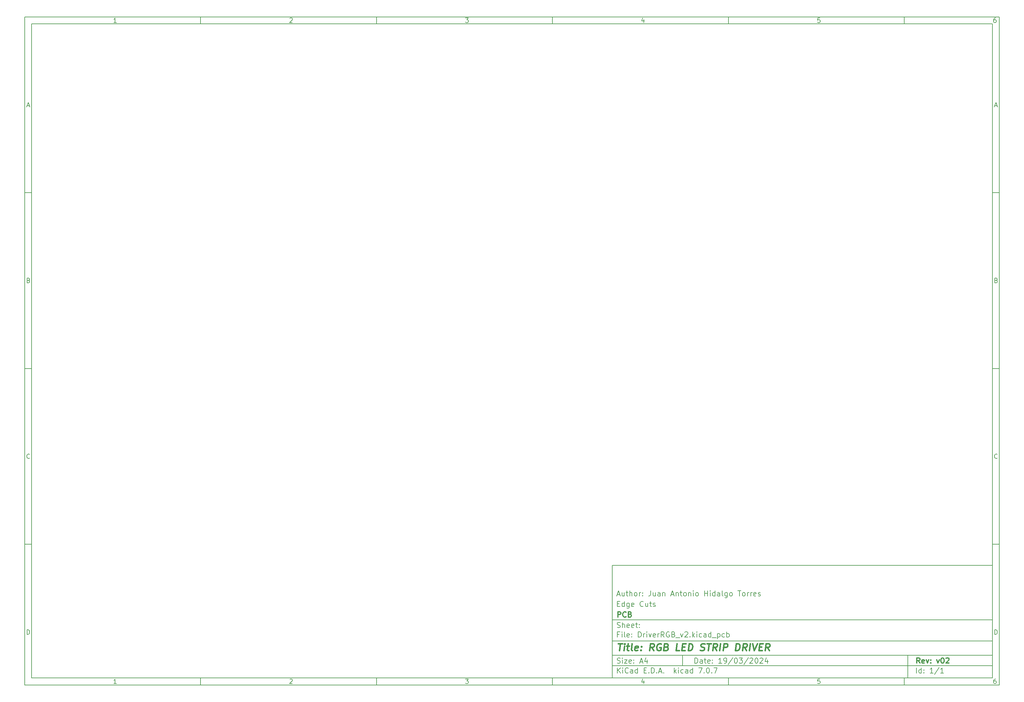
<source format=gbr>
%TF.GenerationSoftware,KiCad,Pcbnew,7.0.7*%
%TF.CreationDate,2024-04-11T18:02:48+02:00*%
%TF.ProjectId,DriverRGB_v2,44726976-6572-4524-9742-5f76322e6b69,v02*%
%TF.SameCoordinates,Original*%
%TF.FileFunction,Glue,Bot*%
%TF.FilePolarity,Positive*%
%FSLAX46Y46*%
G04 Gerber Fmt 4.6, Leading zero omitted, Abs format (unit mm)*
G04 Created by KiCad (PCBNEW 7.0.7) date 2024-04-11 18:02:48*
%MOMM*%
%LPD*%
G01*
G04 APERTURE LIST*
%ADD10C,0.100000*%
%ADD11C,0.150000*%
%ADD12C,0.300000*%
%ADD13C,0.400000*%
G04 APERTURE END LIST*
D10*
D11*
X177002200Y-166007200D02*
X285002200Y-166007200D01*
X285002200Y-198007200D01*
X177002200Y-198007200D01*
X177002200Y-166007200D01*
D10*
D11*
X10000000Y-10000000D02*
X287002200Y-10000000D01*
X287002200Y-200007200D01*
X10000000Y-200007200D01*
X10000000Y-10000000D01*
D10*
D11*
X12000000Y-12000000D02*
X285002200Y-12000000D01*
X285002200Y-198007200D01*
X12000000Y-198007200D01*
X12000000Y-12000000D01*
D10*
D11*
X60000000Y-12000000D02*
X60000000Y-10000000D01*
D10*
D11*
X110000000Y-12000000D02*
X110000000Y-10000000D01*
D10*
D11*
X160000000Y-12000000D02*
X160000000Y-10000000D01*
D10*
D11*
X210000000Y-12000000D02*
X210000000Y-10000000D01*
D10*
D11*
X260000000Y-12000000D02*
X260000000Y-10000000D01*
D10*
D11*
X36089160Y-11593604D02*
X35346303Y-11593604D01*
X35717731Y-11593604D02*
X35717731Y-10293604D01*
X35717731Y-10293604D02*
X35593922Y-10479319D01*
X35593922Y-10479319D02*
X35470112Y-10603128D01*
X35470112Y-10603128D02*
X35346303Y-10665033D01*
D10*
D11*
X85346303Y-10417414D02*
X85408207Y-10355509D01*
X85408207Y-10355509D02*
X85532017Y-10293604D01*
X85532017Y-10293604D02*
X85841541Y-10293604D01*
X85841541Y-10293604D02*
X85965350Y-10355509D01*
X85965350Y-10355509D02*
X86027255Y-10417414D01*
X86027255Y-10417414D02*
X86089160Y-10541223D01*
X86089160Y-10541223D02*
X86089160Y-10665033D01*
X86089160Y-10665033D02*
X86027255Y-10850747D01*
X86027255Y-10850747D02*
X85284398Y-11593604D01*
X85284398Y-11593604D02*
X86089160Y-11593604D01*
D10*
D11*
X135284398Y-10293604D02*
X136089160Y-10293604D01*
X136089160Y-10293604D02*
X135655826Y-10788842D01*
X135655826Y-10788842D02*
X135841541Y-10788842D01*
X135841541Y-10788842D02*
X135965350Y-10850747D01*
X135965350Y-10850747D02*
X136027255Y-10912652D01*
X136027255Y-10912652D02*
X136089160Y-11036461D01*
X136089160Y-11036461D02*
X136089160Y-11345985D01*
X136089160Y-11345985D02*
X136027255Y-11469795D01*
X136027255Y-11469795D02*
X135965350Y-11531700D01*
X135965350Y-11531700D02*
X135841541Y-11593604D01*
X135841541Y-11593604D02*
X135470112Y-11593604D01*
X135470112Y-11593604D02*
X135346303Y-11531700D01*
X135346303Y-11531700D02*
X135284398Y-11469795D01*
D10*
D11*
X185965350Y-10726938D02*
X185965350Y-11593604D01*
X185655826Y-10231700D02*
X185346303Y-11160271D01*
X185346303Y-11160271D02*
X186151064Y-11160271D01*
D10*
D11*
X236027255Y-10293604D02*
X235408207Y-10293604D01*
X235408207Y-10293604D02*
X235346303Y-10912652D01*
X235346303Y-10912652D02*
X235408207Y-10850747D01*
X235408207Y-10850747D02*
X235532017Y-10788842D01*
X235532017Y-10788842D02*
X235841541Y-10788842D01*
X235841541Y-10788842D02*
X235965350Y-10850747D01*
X235965350Y-10850747D02*
X236027255Y-10912652D01*
X236027255Y-10912652D02*
X236089160Y-11036461D01*
X236089160Y-11036461D02*
X236089160Y-11345985D01*
X236089160Y-11345985D02*
X236027255Y-11469795D01*
X236027255Y-11469795D02*
X235965350Y-11531700D01*
X235965350Y-11531700D02*
X235841541Y-11593604D01*
X235841541Y-11593604D02*
X235532017Y-11593604D01*
X235532017Y-11593604D02*
X235408207Y-11531700D01*
X235408207Y-11531700D02*
X235346303Y-11469795D01*
D10*
D11*
X285965350Y-10293604D02*
X285717731Y-10293604D01*
X285717731Y-10293604D02*
X285593922Y-10355509D01*
X285593922Y-10355509D02*
X285532017Y-10417414D01*
X285532017Y-10417414D02*
X285408207Y-10603128D01*
X285408207Y-10603128D02*
X285346303Y-10850747D01*
X285346303Y-10850747D02*
X285346303Y-11345985D01*
X285346303Y-11345985D02*
X285408207Y-11469795D01*
X285408207Y-11469795D02*
X285470112Y-11531700D01*
X285470112Y-11531700D02*
X285593922Y-11593604D01*
X285593922Y-11593604D02*
X285841541Y-11593604D01*
X285841541Y-11593604D02*
X285965350Y-11531700D01*
X285965350Y-11531700D02*
X286027255Y-11469795D01*
X286027255Y-11469795D02*
X286089160Y-11345985D01*
X286089160Y-11345985D02*
X286089160Y-11036461D01*
X286089160Y-11036461D02*
X286027255Y-10912652D01*
X286027255Y-10912652D02*
X285965350Y-10850747D01*
X285965350Y-10850747D02*
X285841541Y-10788842D01*
X285841541Y-10788842D02*
X285593922Y-10788842D01*
X285593922Y-10788842D02*
X285470112Y-10850747D01*
X285470112Y-10850747D02*
X285408207Y-10912652D01*
X285408207Y-10912652D02*
X285346303Y-11036461D01*
D10*
D11*
X60000000Y-198007200D02*
X60000000Y-200007200D01*
D10*
D11*
X110000000Y-198007200D02*
X110000000Y-200007200D01*
D10*
D11*
X160000000Y-198007200D02*
X160000000Y-200007200D01*
D10*
D11*
X210000000Y-198007200D02*
X210000000Y-200007200D01*
D10*
D11*
X260000000Y-198007200D02*
X260000000Y-200007200D01*
D10*
D11*
X36089160Y-199600804D02*
X35346303Y-199600804D01*
X35717731Y-199600804D02*
X35717731Y-198300804D01*
X35717731Y-198300804D02*
X35593922Y-198486519D01*
X35593922Y-198486519D02*
X35470112Y-198610328D01*
X35470112Y-198610328D02*
X35346303Y-198672233D01*
D10*
D11*
X85346303Y-198424614D02*
X85408207Y-198362709D01*
X85408207Y-198362709D02*
X85532017Y-198300804D01*
X85532017Y-198300804D02*
X85841541Y-198300804D01*
X85841541Y-198300804D02*
X85965350Y-198362709D01*
X85965350Y-198362709D02*
X86027255Y-198424614D01*
X86027255Y-198424614D02*
X86089160Y-198548423D01*
X86089160Y-198548423D02*
X86089160Y-198672233D01*
X86089160Y-198672233D02*
X86027255Y-198857947D01*
X86027255Y-198857947D02*
X85284398Y-199600804D01*
X85284398Y-199600804D02*
X86089160Y-199600804D01*
D10*
D11*
X135284398Y-198300804D02*
X136089160Y-198300804D01*
X136089160Y-198300804D02*
X135655826Y-198796042D01*
X135655826Y-198796042D02*
X135841541Y-198796042D01*
X135841541Y-198796042D02*
X135965350Y-198857947D01*
X135965350Y-198857947D02*
X136027255Y-198919852D01*
X136027255Y-198919852D02*
X136089160Y-199043661D01*
X136089160Y-199043661D02*
X136089160Y-199353185D01*
X136089160Y-199353185D02*
X136027255Y-199476995D01*
X136027255Y-199476995D02*
X135965350Y-199538900D01*
X135965350Y-199538900D02*
X135841541Y-199600804D01*
X135841541Y-199600804D02*
X135470112Y-199600804D01*
X135470112Y-199600804D02*
X135346303Y-199538900D01*
X135346303Y-199538900D02*
X135284398Y-199476995D01*
D10*
D11*
X185965350Y-198734138D02*
X185965350Y-199600804D01*
X185655826Y-198238900D02*
X185346303Y-199167471D01*
X185346303Y-199167471D02*
X186151064Y-199167471D01*
D10*
D11*
X236027255Y-198300804D02*
X235408207Y-198300804D01*
X235408207Y-198300804D02*
X235346303Y-198919852D01*
X235346303Y-198919852D02*
X235408207Y-198857947D01*
X235408207Y-198857947D02*
X235532017Y-198796042D01*
X235532017Y-198796042D02*
X235841541Y-198796042D01*
X235841541Y-198796042D02*
X235965350Y-198857947D01*
X235965350Y-198857947D02*
X236027255Y-198919852D01*
X236027255Y-198919852D02*
X236089160Y-199043661D01*
X236089160Y-199043661D02*
X236089160Y-199353185D01*
X236089160Y-199353185D02*
X236027255Y-199476995D01*
X236027255Y-199476995D02*
X235965350Y-199538900D01*
X235965350Y-199538900D02*
X235841541Y-199600804D01*
X235841541Y-199600804D02*
X235532017Y-199600804D01*
X235532017Y-199600804D02*
X235408207Y-199538900D01*
X235408207Y-199538900D02*
X235346303Y-199476995D01*
D10*
D11*
X285965350Y-198300804D02*
X285717731Y-198300804D01*
X285717731Y-198300804D02*
X285593922Y-198362709D01*
X285593922Y-198362709D02*
X285532017Y-198424614D01*
X285532017Y-198424614D02*
X285408207Y-198610328D01*
X285408207Y-198610328D02*
X285346303Y-198857947D01*
X285346303Y-198857947D02*
X285346303Y-199353185D01*
X285346303Y-199353185D02*
X285408207Y-199476995D01*
X285408207Y-199476995D02*
X285470112Y-199538900D01*
X285470112Y-199538900D02*
X285593922Y-199600804D01*
X285593922Y-199600804D02*
X285841541Y-199600804D01*
X285841541Y-199600804D02*
X285965350Y-199538900D01*
X285965350Y-199538900D02*
X286027255Y-199476995D01*
X286027255Y-199476995D02*
X286089160Y-199353185D01*
X286089160Y-199353185D02*
X286089160Y-199043661D01*
X286089160Y-199043661D02*
X286027255Y-198919852D01*
X286027255Y-198919852D02*
X285965350Y-198857947D01*
X285965350Y-198857947D02*
X285841541Y-198796042D01*
X285841541Y-198796042D02*
X285593922Y-198796042D01*
X285593922Y-198796042D02*
X285470112Y-198857947D01*
X285470112Y-198857947D02*
X285408207Y-198919852D01*
X285408207Y-198919852D02*
X285346303Y-199043661D01*
D10*
D11*
X10000000Y-60000000D02*
X12000000Y-60000000D01*
D10*
D11*
X10000000Y-110000000D02*
X12000000Y-110000000D01*
D10*
D11*
X10000000Y-160000000D02*
X12000000Y-160000000D01*
D10*
D11*
X10690476Y-35222176D02*
X11309523Y-35222176D01*
X10566666Y-35593604D02*
X10999999Y-34293604D01*
X10999999Y-34293604D02*
X11433333Y-35593604D01*
D10*
D11*
X11092857Y-84912652D02*
X11278571Y-84974557D01*
X11278571Y-84974557D02*
X11340476Y-85036461D01*
X11340476Y-85036461D02*
X11402380Y-85160271D01*
X11402380Y-85160271D02*
X11402380Y-85345985D01*
X11402380Y-85345985D02*
X11340476Y-85469795D01*
X11340476Y-85469795D02*
X11278571Y-85531700D01*
X11278571Y-85531700D02*
X11154761Y-85593604D01*
X11154761Y-85593604D02*
X10659523Y-85593604D01*
X10659523Y-85593604D02*
X10659523Y-84293604D01*
X10659523Y-84293604D02*
X11092857Y-84293604D01*
X11092857Y-84293604D02*
X11216666Y-84355509D01*
X11216666Y-84355509D02*
X11278571Y-84417414D01*
X11278571Y-84417414D02*
X11340476Y-84541223D01*
X11340476Y-84541223D02*
X11340476Y-84665033D01*
X11340476Y-84665033D02*
X11278571Y-84788842D01*
X11278571Y-84788842D02*
X11216666Y-84850747D01*
X11216666Y-84850747D02*
X11092857Y-84912652D01*
X11092857Y-84912652D02*
X10659523Y-84912652D01*
D10*
D11*
X11402380Y-135469795D02*
X11340476Y-135531700D01*
X11340476Y-135531700D02*
X11154761Y-135593604D01*
X11154761Y-135593604D02*
X11030952Y-135593604D01*
X11030952Y-135593604D02*
X10845238Y-135531700D01*
X10845238Y-135531700D02*
X10721428Y-135407890D01*
X10721428Y-135407890D02*
X10659523Y-135284080D01*
X10659523Y-135284080D02*
X10597619Y-135036461D01*
X10597619Y-135036461D02*
X10597619Y-134850747D01*
X10597619Y-134850747D02*
X10659523Y-134603128D01*
X10659523Y-134603128D02*
X10721428Y-134479319D01*
X10721428Y-134479319D02*
X10845238Y-134355509D01*
X10845238Y-134355509D02*
X11030952Y-134293604D01*
X11030952Y-134293604D02*
X11154761Y-134293604D01*
X11154761Y-134293604D02*
X11340476Y-134355509D01*
X11340476Y-134355509D02*
X11402380Y-134417414D01*
D10*
D11*
X10659523Y-185593604D02*
X10659523Y-184293604D01*
X10659523Y-184293604D02*
X10969047Y-184293604D01*
X10969047Y-184293604D02*
X11154761Y-184355509D01*
X11154761Y-184355509D02*
X11278571Y-184479319D01*
X11278571Y-184479319D02*
X11340476Y-184603128D01*
X11340476Y-184603128D02*
X11402380Y-184850747D01*
X11402380Y-184850747D02*
X11402380Y-185036461D01*
X11402380Y-185036461D02*
X11340476Y-185284080D01*
X11340476Y-185284080D02*
X11278571Y-185407890D01*
X11278571Y-185407890D02*
X11154761Y-185531700D01*
X11154761Y-185531700D02*
X10969047Y-185593604D01*
X10969047Y-185593604D02*
X10659523Y-185593604D01*
D10*
D11*
X287002200Y-60000000D02*
X285002200Y-60000000D01*
D10*
D11*
X287002200Y-110000000D02*
X285002200Y-110000000D01*
D10*
D11*
X287002200Y-160000000D02*
X285002200Y-160000000D01*
D10*
D11*
X285692676Y-35222176D02*
X286311723Y-35222176D01*
X285568866Y-35593604D02*
X286002199Y-34293604D01*
X286002199Y-34293604D02*
X286435533Y-35593604D01*
D10*
D11*
X286095057Y-84912652D02*
X286280771Y-84974557D01*
X286280771Y-84974557D02*
X286342676Y-85036461D01*
X286342676Y-85036461D02*
X286404580Y-85160271D01*
X286404580Y-85160271D02*
X286404580Y-85345985D01*
X286404580Y-85345985D02*
X286342676Y-85469795D01*
X286342676Y-85469795D02*
X286280771Y-85531700D01*
X286280771Y-85531700D02*
X286156961Y-85593604D01*
X286156961Y-85593604D02*
X285661723Y-85593604D01*
X285661723Y-85593604D02*
X285661723Y-84293604D01*
X285661723Y-84293604D02*
X286095057Y-84293604D01*
X286095057Y-84293604D02*
X286218866Y-84355509D01*
X286218866Y-84355509D02*
X286280771Y-84417414D01*
X286280771Y-84417414D02*
X286342676Y-84541223D01*
X286342676Y-84541223D02*
X286342676Y-84665033D01*
X286342676Y-84665033D02*
X286280771Y-84788842D01*
X286280771Y-84788842D02*
X286218866Y-84850747D01*
X286218866Y-84850747D02*
X286095057Y-84912652D01*
X286095057Y-84912652D02*
X285661723Y-84912652D01*
D10*
D11*
X286404580Y-135469795D02*
X286342676Y-135531700D01*
X286342676Y-135531700D02*
X286156961Y-135593604D01*
X286156961Y-135593604D02*
X286033152Y-135593604D01*
X286033152Y-135593604D02*
X285847438Y-135531700D01*
X285847438Y-135531700D02*
X285723628Y-135407890D01*
X285723628Y-135407890D02*
X285661723Y-135284080D01*
X285661723Y-135284080D02*
X285599819Y-135036461D01*
X285599819Y-135036461D02*
X285599819Y-134850747D01*
X285599819Y-134850747D02*
X285661723Y-134603128D01*
X285661723Y-134603128D02*
X285723628Y-134479319D01*
X285723628Y-134479319D02*
X285847438Y-134355509D01*
X285847438Y-134355509D02*
X286033152Y-134293604D01*
X286033152Y-134293604D02*
X286156961Y-134293604D01*
X286156961Y-134293604D02*
X286342676Y-134355509D01*
X286342676Y-134355509D02*
X286404580Y-134417414D01*
D10*
D11*
X285661723Y-185593604D02*
X285661723Y-184293604D01*
X285661723Y-184293604D02*
X285971247Y-184293604D01*
X285971247Y-184293604D02*
X286156961Y-184355509D01*
X286156961Y-184355509D02*
X286280771Y-184479319D01*
X286280771Y-184479319D02*
X286342676Y-184603128D01*
X286342676Y-184603128D02*
X286404580Y-184850747D01*
X286404580Y-184850747D02*
X286404580Y-185036461D01*
X286404580Y-185036461D02*
X286342676Y-185284080D01*
X286342676Y-185284080D02*
X286280771Y-185407890D01*
X286280771Y-185407890D02*
X286156961Y-185531700D01*
X286156961Y-185531700D02*
X285971247Y-185593604D01*
X285971247Y-185593604D02*
X285661723Y-185593604D01*
D10*
D11*
X200458026Y-193793328D02*
X200458026Y-192293328D01*
X200458026Y-192293328D02*
X200815169Y-192293328D01*
X200815169Y-192293328D02*
X201029455Y-192364757D01*
X201029455Y-192364757D02*
X201172312Y-192507614D01*
X201172312Y-192507614D02*
X201243741Y-192650471D01*
X201243741Y-192650471D02*
X201315169Y-192936185D01*
X201315169Y-192936185D02*
X201315169Y-193150471D01*
X201315169Y-193150471D02*
X201243741Y-193436185D01*
X201243741Y-193436185D02*
X201172312Y-193579042D01*
X201172312Y-193579042D02*
X201029455Y-193721900D01*
X201029455Y-193721900D02*
X200815169Y-193793328D01*
X200815169Y-193793328D02*
X200458026Y-193793328D01*
X202600884Y-193793328D02*
X202600884Y-193007614D01*
X202600884Y-193007614D02*
X202529455Y-192864757D01*
X202529455Y-192864757D02*
X202386598Y-192793328D01*
X202386598Y-192793328D02*
X202100884Y-192793328D01*
X202100884Y-192793328D02*
X201958026Y-192864757D01*
X202600884Y-193721900D02*
X202458026Y-193793328D01*
X202458026Y-193793328D02*
X202100884Y-193793328D01*
X202100884Y-193793328D02*
X201958026Y-193721900D01*
X201958026Y-193721900D02*
X201886598Y-193579042D01*
X201886598Y-193579042D02*
X201886598Y-193436185D01*
X201886598Y-193436185D02*
X201958026Y-193293328D01*
X201958026Y-193293328D02*
X202100884Y-193221900D01*
X202100884Y-193221900D02*
X202458026Y-193221900D01*
X202458026Y-193221900D02*
X202600884Y-193150471D01*
X203100884Y-192793328D02*
X203672312Y-192793328D01*
X203315169Y-192293328D02*
X203315169Y-193579042D01*
X203315169Y-193579042D02*
X203386598Y-193721900D01*
X203386598Y-193721900D02*
X203529455Y-193793328D01*
X203529455Y-193793328D02*
X203672312Y-193793328D01*
X204743741Y-193721900D02*
X204600884Y-193793328D01*
X204600884Y-193793328D02*
X204315170Y-193793328D01*
X204315170Y-193793328D02*
X204172312Y-193721900D01*
X204172312Y-193721900D02*
X204100884Y-193579042D01*
X204100884Y-193579042D02*
X204100884Y-193007614D01*
X204100884Y-193007614D02*
X204172312Y-192864757D01*
X204172312Y-192864757D02*
X204315170Y-192793328D01*
X204315170Y-192793328D02*
X204600884Y-192793328D01*
X204600884Y-192793328D02*
X204743741Y-192864757D01*
X204743741Y-192864757D02*
X204815170Y-193007614D01*
X204815170Y-193007614D02*
X204815170Y-193150471D01*
X204815170Y-193150471D02*
X204100884Y-193293328D01*
X205458026Y-193650471D02*
X205529455Y-193721900D01*
X205529455Y-193721900D02*
X205458026Y-193793328D01*
X205458026Y-193793328D02*
X205386598Y-193721900D01*
X205386598Y-193721900D02*
X205458026Y-193650471D01*
X205458026Y-193650471D02*
X205458026Y-193793328D01*
X205458026Y-192864757D02*
X205529455Y-192936185D01*
X205529455Y-192936185D02*
X205458026Y-193007614D01*
X205458026Y-193007614D02*
X205386598Y-192936185D01*
X205386598Y-192936185D02*
X205458026Y-192864757D01*
X205458026Y-192864757D02*
X205458026Y-193007614D01*
X208100884Y-193793328D02*
X207243741Y-193793328D01*
X207672312Y-193793328D02*
X207672312Y-192293328D01*
X207672312Y-192293328D02*
X207529455Y-192507614D01*
X207529455Y-192507614D02*
X207386598Y-192650471D01*
X207386598Y-192650471D02*
X207243741Y-192721900D01*
X208815169Y-193793328D02*
X209100883Y-193793328D01*
X209100883Y-193793328D02*
X209243740Y-193721900D01*
X209243740Y-193721900D02*
X209315169Y-193650471D01*
X209315169Y-193650471D02*
X209458026Y-193436185D01*
X209458026Y-193436185D02*
X209529455Y-193150471D01*
X209529455Y-193150471D02*
X209529455Y-192579042D01*
X209529455Y-192579042D02*
X209458026Y-192436185D01*
X209458026Y-192436185D02*
X209386598Y-192364757D01*
X209386598Y-192364757D02*
X209243740Y-192293328D01*
X209243740Y-192293328D02*
X208958026Y-192293328D01*
X208958026Y-192293328D02*
X208815169Y-192364757D01*
X208815169Y-192364757D02*
X208743740Y-192436185D01*
X208743740Y-192436185D02*
X208672312Y-192579042D01*
X208672312Y-192579042D02*
X208672312Y-192936185D01*
X208672312Y-192936185D02*
X208743740Y-193079042D01*
X208743740Y-193079042D02*
X208815169Y-193150471D01*
X208815169Y-193150471D02*
X208958026Y-193221900D01*
X208958026Y-193221900D02*
X209243740Y-193221900D01*
X209243740Y-193221900D02*
X209386598Y-193150471D01*
X209386598Y-193150471D02*
X209458026Y-193079042D01*
X209458026Y-193079042D02*
X209529455Y-192936185D01*
X211243740Y-192221900D02*
X209958026Y-194150471D01*
X212029455Y-192293328D02*
X212172312Y-192293328D01*
X212172312Y-192293328D02*
X212315169Y-192364757D01*
X212315169Y-192364757D02*
X212386598Y-192436185D01*
X212386598Y-192436185D02*
X212458026Y-192579042D01*
X212458026Y-192579042D02*
X212529455Y-192864757D01*
X212529455Y-192864757D02*
X212529455Y-193221900D01*
X212529455Y-193221900D02*
X212458026Y-193507614D01*
X212458026Y-193507614D02*
X212386598Y-193650471D01*
X212386598Y-193650471D02*
X212315169Y-193721900D01*
X212315169Y-193721900D02*
X212172312Y-193793328D01*
X212172312Y-193793328D02*
X212029455Y-193793328D01*
X212029455Y-193793328D02*
X211886598Y-193721900D01*
X211886598Y-193721900D02*
X211815169Y-193650471D01*
X211815169Y-193650471D02*
X211743740Y-193507614D01*
X211743740Y-193507614D02*
X211672312Y-193221900D01*
X211672312Y-193221900D02*
X211672312Y-192864757D01*
X211672312Y-192864757D02*
X211743740Y-192579042D01*
X211743740Y-192579042D02*
X211815169Y-192436185D01*
X211815169Y-192436185D02*
X211886598Y-192364757D01*
X211886598Y-192364757D02*
X212029455Y-192293328D01*
X213029454Y-192293328D02*
X213958026Y-192293328D01*
X213958026Y-192293328D02*
X213458026Y-192864757D01*
X213458026Y-192864757D02*
X213672311Y-192864757D01*
X213672311Y-192864757D02*
X213815169Y-192936185D01*
X213815169Y-192936185D02*
X213886597Y-193007614D01*
X213886597Y-193007614D02*
X213958026Y-193150471D01*
X213958026Y-193150471D02*
X213958026Y-193507614D01*
X213958026Y-193507614D02*
X213886597Y-193650471D01*
X213886597Y-193650471D02*
X213815169Y-193721900D01*
X213815169Y-193721900D02*
X213672311Y-193793328D01*
X213672311Y-193793328D02*
X213243740Y-193793328D01*
X213243740Y-193793328D02*
X213100883Y-193721900D01*
X213100883Y-193721900D02*
X213029454Y-193650471D01*
X215672311Y-192221900D02*
X214386597Y-194150471D01*
X216100883Y-192436185D02*
X216172311Y-192364757D01*
X216172311Y-192364757D02*
X216315169Y-192293328D01*
X216315169Y-192293328D02*
X216672311Y-192293328D01*
X216672311Y-192293328D02*
X216815169Y-192364757D01*
X216815169Y-192364757D02*
X216886597Y-192436185D01*
X216886597Y-192436185D02*
X216958026Y-192579042D01*
X216958026Y-192579042D02*
X216958026Y-192721900D01*
X216958026Y-192721900D02*
X216886597Y-192936185D01*
X216886597Y-192936185D02*
X216029454Y-193793328D01*
X216029454Y-193793328D02*
X216958026Y-193793328D01*
X217886597Y-192293328D02*
X218029454Y-192293328D01*
X218029454Y-192293328D02*
X218172311Y-192364757D01*
X218172311Y-192364757D02*
X218243740Y-192436185D01*
X218243740Y-192436185D02*
X218315168Y-192579042D01*
X218315168Y-192579042D02*
X218386597Y-192864757D01*
X218386597Y-192864757D02*
X218386597Y-193221900D01*
X218386597Y-193221900D02*
X218315168Y-193507614D01*
X218315168Y-193507614D02*
X218243740Y-193650471D01*
X218243740Y-193650471D02*
X218172311Y-193721900D01*
X218172311Y-193721900D02*
X218029454Y-193793328D01*
X218029454Y-193793328D02*
X217886597Y-193793328D01*
X217886597Y-193793328D02*
X217743740Y-193721900D01*
X217743740Y-193721900D02*
X217672311Y-193650471D01*
X217672311Y-193650471D02*
X217600882Y-193507614D01*
X217600882Y-193507614D02*
X217529454Y-193221900D01*
X217529454Y-193221900D02*
X217529454Y-192864757D01*
X217529454Y-192864757D02*
X217600882Y-192579042D01*
X217600882Y-192579042D02*
X217672311Y-192436185D01*
X217672311Y-192436185D02*
X217743740Y-192364757D01*
X217743740Y-192364757D02*
X217886597Y-192293328D01*
X218958025Y-192436185D02*
X219029453Y-192364757D01*
X219029453Y-192364757D02*
X219172311Y-192293328D01*
X219172311Y-192293328D02*
X219529453Y-192293328D01*
X219529453Y-192293328D02*
X219672311Y-192364757D01*
X219672311Y-192364757D02*
X219743739Y-192436185D01*
X219743739Y-192436185D02*
X219815168Y-192579042D01*
X219815168Y-192579042D02*
X219815168Y-192721900D01*
X219815168Y-192721900D02*
X219743739Y-192936185D01*
X219743739Y-192936185D02*
X218886596Y-193793328D01*
X218886596Y-193793328D02*
X219815168Y-193793328D01*
X221100882Y-192793328D02*
X221100882Y-193793328D01*
X220743739Y-192221900D02*
X220386596Y-193293328D01*
X220386596Y-193293328D02*
X221315167Y-193293328D01*
D10*
D11*
X177002200Y-194507200D02*
X285002200Y-194507200D01*
D10*
D11*
X178458026Y-196593328D02*
X178458026Y-195093328D01*
X179315169Y-196593328D02*
X178672312Y-195736185D01*
X179315169Y-195093328D02*
X178458026Y-195950471D01*
X179958026Y-196593328D02*
X179958026Y-195593328D01*
X179958026Y-195093328D02*
X179886598Y-195164757D01*
X179886598Y-195164757D02*
X179958026Y-195236185D01*
X179958026Y-195236185D02*
X180029455Y-195164757D01*
X180029455Y-195164757D02*
X179958026Y-195093328D01*
X179958026Y-195093328D02*
X179958026Y-195236185D01*
X181529455Y-196450471D02*
X181458027Y-196521900D01*
X181458027Y-196521900D02*
X181243741Y-196593328D01*
X181243741Y-196593328D02*
X181100884Y-196593328D01*
X181100884Y-196593328D02*
X180886598Y-196521900D01*
X180886598Y-196521900D02*
X180743741Y-196379042D01*
X180743741Y-196379042D02*
X180672312Y-196236185D01*
X180672312Y-196236185D02*
X180600884Y-195950471D01*
X180600884Y-195950471D02*
X180600884Y-195736185D01*
X180600884Y-195736185D02*
X180672312Y-195450471D01*
X180672312Y-195450471D02*
X180743741Y-195307614D01*
X180743741Y-195307614D02*
X180886598Y-195164757D01*
X180886598Y-195164757D02*
X181100884Y-195093328D01*
X181100884Y-195093328D02*
X181243741Y-195093328D01*
X181243741Y-195093328D02*
X181458027Y-195164757D01*
X181458027Y-195164757D02*
X181529455Y-195236185D01*
X182815170Y-196593328D02*
X182815170Y-195807614D01*
X182815170Y-195807614D02*
X182743741Y-195664757D01*
X182743741Y-195664757D02*
X182600884Y-195593328D01*
X182600884Y-195593328D02*
X182315170Y-195593328D01*
X182315170Y-195593328D02*
X182172312Y-195664757D01*
X182815170Y-196521900D02*
X182672312Y-196593328D01*
X182672312Y-196593328D02*
X182315170Y-196593328D01*
X182315170Y-196593328D02*
X182172312Y-196521900D01*
X182172312Y-196521900D02*
X182100884Y-196379042D01*
X182100884Y-196379042D02*
X182100884Y-196236185D01*
X182100884Y-196236185D02*
X182172312Y-196093328D01*
X182172312Y-196093328D02*
X182315170Y-196021900D01*
X182315170Y-196021900D02*
X182672312Y-196021900D01*
X182672312Y-196021900D02*
X182815170Y-195950471D01*
X184172313Y-196593328D02*
X184172313Y-195093328D01*
X184172313Y-196521900D02*
X184029455Y-196593328D01*
X184029455Y-196593328D02*
X183743741Y-196593328D01*
X183743741Y-196593328D02*
X183600884Y-196521900D01*
X183600884Y-196521900D02*
X183529455Y-196450471D01*
X183529455Y-196450471D02*
X183458027Y-196307614D01*
X183458027Y-196307614D02*
X183458027Y-195879042D01*
X183458027Y-195879042D02*
X183529455Y-195736185D01*
X183529455Y-195736185D02*
X183600884Y-195664757D01*
X183600884Y-195664757D02*
X183743741Y-195593328D01*
X183743741Y-195593328D02*
X184029455Y-195593328D01*
X184029455Y-195593328D02*
X184172313Y-195664757D01*
X186029455Y-195807614D02*
X186529455Y-195807614D01*
X186743741Y-196593328D02*
X186029455Y-196593328D01*
X186029455Y-196593328D02*
X186029455Y-195093328D01*
X186029455Y-195093328D02*
X186743741Y-195093328D01*
X187386598Y-196450471D02*
X187458027Y-196521900D01*
X187458027Y-196521900D02*
X187386598Y-196593328D01*
X187386598Y-196593328D02*
X187315170Y-196521900D01*
X187315170Y-196521900D02*
X187386598Y-196450471D01*
X187386598Y-196450471D02*
X187386598Y-196593328D01*
X188100884Y-196593328D02*
X188100884Y-195093328D01*
X188100884Y-195093328D02*
X188458027Y-195093328D01*
X188458027Y-195093328D02*
X188672313Y-195164757D01*
X188672313Y-195164757D02*
X188815170Y-195307614D01*
X188815170Y-195307614D02*
X188886599Y-195450471D01*
X188886599Y-195450471D02*
X188958027Y-195736185D01*
X188958027Y-195736185D02*
X188958027Y-195950471D01*
X188958027Y-195950471D02*
X188886599Y-196236185D01*
X188886599Y-196236185D02*
X188815170Y-196379042D01*
X188815170Y-196379042D02*
X188672313Y-196521900D01*
X188672313Y-196521900D02*
X188458027Y-196593328D01*
X188458027Y-196593328D02*
X188100884Y-196593328D01*
X189600884Y-196450471D02*
X189672313Y-196521900D01*
X189672313Y-196521900D02*
X189600884Y-196593328D01*
X189600884Y-196593328D02*
X189529456Y-196521900D01*
X189529456Y-196521900D02*
X189600884Y-196450471D01*
X189600884Y-196450471D02*
X189600884Y-196593328D01*
X190243742Y-196164757D02*
X190958028Y-196164757D01*
X190100885Y-196593328D02*
X190600885Y-195093328D01*
X190600885Y-195093328D02*
X191100885Y-196593328D01*
X191600884Y-196450471D02*
X191672313Y-196521900D01*
X191672313Y-196521900D02*
X191600884Y-196593328D01*
X191600884Y-196593328D02*
X191529456Y-196521900D01*
X191529456Y-196521900D02*
X191600884Y-196450471D01*
X191600884Y-196450471D02*
X191600884Y-196593328D01*
X194600884Y-196593328D02*
X194600884Y-195093328D01*
X194743742Y-196021900D02*
X195172313Y-196593328D01*
X195172313Y-195593328D02*
X194600884Y-196164757D01*
X195815170Y-196593328D02*
X195815170Y-195593328D01*
X195815170Y-195093328D02*
X195743742Y-195164757D01*
X195743742Y-195164757D02*
X195815170Y-195236185D01*
X195815170Y-195236185D02*
X195886599Y-195164757D01*
X195886599Y-195164757D02*
X195815170Y-195093328D01*
X195815170Y-195093328D02*
X195815170Y-195236185D01*
X197172314Y-196521900D02*
X197029456Y-196593328D01*
X197029456Y-196593328D02*
X196743742Y-196593328D01*
X196743742Y-196593328D02*
X196600885Y-196521900D01*
X196600885Y-196521900D02*
X196529456Y-196450471D01*
X196529456Y-196450471D02*
X196458028Y-196307614D01*
X196458028Y-196307614D02*
X196458028Y-195879042D01*
X196458028Y-195879042D02*
X196529456Y-195736185D01*
X196529456Y-195736185D02*
X196600885Y-195664757D01*
X196600885Y-195664757D02*
X196743742Y-195593328D01*
X196743742Y-195593328D02*
X197029456Y-195593328D01*
X197029456Y-195593328D02*
X197172314Y-195664757D01*
X198458028Y-196593328D02*
X198458028Y-195807614D01*
X198458028Y-195807614D02*
X198386599Y-195664757D01*
X198386599Y-195664757D02*
X198243742Y-195593328D01*
X198243742Y-195593328D02*
X197958028Y-195593328D01*
X197958028Y-195593328D02*
X197815170Y-195664757D01*
X198458028Y-196521900D02*
X198315170Y-196593328D01*
X198315170Y-196593328D02*
X197958028Y-196593328D01*
X197958028Y-196593328D02*
X197815170Y-196521900D01*
X197815170Y-196521900D02*
X197743742Y-196379042D01*
X197743742Y-196379042D02*
X197743742Y-196236185D01*
X197743742Y-196236185D02*
X197815170Y-196093328D01*
X197815170Y-196093328D02*
X197958028Y-196021900D01*
X197958028Y-196021900D02*
X198315170Y-196021900D01*
X198315170Y-196021900D02*
X198458028Y-195950471D01*
X199815171Y-196593328D02*
X199815171Y-195093328D01*
X199815171Y-196521900D02*
X199672313Y-196593328D01*
X199672313Y-196593328D02*
X199386599Y-196593328D01*
X199386599Y-196593328D02*
X199243742Y-196521900D01*
X199243742Y-196521900D02*
X199172313Y-196450471D01*
X199172313Y-196450471D02*
X199100885Y-196307614D01*
X199100885Y-196307614D02*
X199100885Y-195879042D01*
X199100885Y-195879042D02*
X199172313Y-195736185D01*
X199172313Y-195736185D02*
X199243742Y-195664757D01*
X199243742Y-195664757D02*
X199386599Y-195593328D01*
X199386599Y-195593328D02*
X199672313Y-195593328D01*
X199672313Y-195593328D02*
X199815171Y-195664757D01*
X201529456Y-195093328D02*
X202529456Y-195093328D01*
X202529456Y-195093328D02*
X201886599Y-196593328D01*
X203100884Y-196450471D02*
X203172313Y-196521900D01*
X203172313Y-196521900D02*
X203100884Y-196593328D01*
X203100884Y-196593328D02*
X203029456Y-196521900D01*
X203029456Y-196521900D02*
X203100884Y-196450471D01*
X203100884Y-196450471D02*
X203100884Y-196593328D01*
X204100885Y-195093328D02*
X204243742Y-195093328D01*
X204243742Y-195093328D02*
X204386599Y-195164757D01*
X204386599Y-195164757D02*
X204458028Y-195236185D01*
X204458028Y-195236185D02*
X204529456Y-195379042D01*
X204529456Y-195379042D02*
X204600885Y-195664757D01*
X204600885Y-195664757D02*
X204600885Y-196021900D01*
X204600885Y-196021900D02*
X204529456Y-196307614D01*
X204529456Y-196307614D02*
X204458028Y-196450471D01*
X204458028Y-196450471D02*
X204386599Y-196521900D01*
X204386599Y-196521900D02*
X204243742Y-196593328D01*
X204243742Y-196593328D02*
X204100885Y-196593328D01*
X204100885Y-196593328D02*
X203958028Y-196521900D01*
X203958028Y-196521900D02*
X203886599Y-196450471D01*
X203886599Y-196450471D02*
X203815170Y-196307614D01*
X203815170Y-196307614D02*
X203743742Y-196021900D01*
X203743742Y-196021900D02*
X203743742Y-195664757D01*
X203743742Y-195664757D02*
X203815170Y-195379042D01*
X203815170Y-195379042D02*
X203886599Y-195236185D01*
X203886599Y-195236185D02*
X203958028Y-195164757D01*
X203958028Y-195164757D02*
X204100885Y-195093328D01*
X205243741Y-196450471D02*
X205315170Y-196521900D01*
X205315170Y-196521900D02*
X205243741Y-196593328D01*
X205243741Y-196593328D02*
X205172313Y-196521900D01*
X205172313Y-196521900D02*
X205243741Y-196450471D01*
X205243741Y-196450471D02*
X205243741Y-196593328D01*
X205815170Y-195093328D02*
X206815170Y-195093328D01*
X206815170Y-195093328D02*
X206172313Y-196593328D01*
D10*
D11*
X177002200Y-191507200D02*
X285002200Y-191507200D01*
D10*
D12*
X264413853Y-193785528D02*
X263913853Y-193071242D01*
X263556710Y-193785528D02*
X263556710Y-192285528D01*
X263556710Y-192285528D02*
X264128139Y-192285528D01*
X264128139Y-192285528D02*
X264270996Y-192356957D01*
X264270996Y-192356957D02*
X264342425Y-192428385D01*
X264342425Y-192428385D02*
X264413853Y-192571242D01*
X264413853Y-192571242D02*
X264413853Y-192785528D01*
X264413853Y-192785528D02*
X264342425Y-192928385D01*
X264342425Y-192928385D02*
X264270996Y-192999814D01*
X264270996Y-192999814D02*
X264128139Y-193071242D01*
X264128139Y-193071242D02*
X263556710Y-193071242D01*
X265628139Y-193714100D02*
X265485282Y-193785528D01*
X265485282Y-193785528D02*
X265199568Y-193785528D01*
X265199568Y-193785528D02*
X265056710Y-193714100D01*
X265056710Y-193714100D02*
X264985282Y-193571242D01*
X264985282Y-193571242D02*
X264985282Y-192999814D01*
X264985282Y-192999814D02*
X265056710Y-192856957D01*
X265056710Y-192856957D02*
X265199568Y-192785528D01*
X265199568Y-192785528D02*
X265485282Y-192785528D01*
X265485282Y-192785528D02*
X265628139Y-192856957D01*
X265628139Y-192856957D02*
X265699568Y-192999814D01*
X265699568Y-192999814D02*
X265699568Y-193142671D01*
X265699568Y-193142671D02*
X264985282Y-193285528D01*
X266199567Y-192785528D02*
X266556710Y-193785528D01*
X266556710Y-193785528D02*
X266913853Y-192785528D01*
X267485281Y-193642671D02*
X267556710Y-193714100D01*
X267556710Y-193714100D02*
X267485281Y-193785528D01*
X267485281Y-193785528D02*
X267413853Y-193714100D01*
X267413853Y-193714100D02*
X267485281Y-193642671D01*
X267485281Y-193642671D02*
X267485281Y-193785528D01*
X267485281Y-192856957D02*
X267556710Y-192928385D01*
X267556710Y-192928385D02*
X267485281Y-192999814D01*
X267485281Y-192999814D02*
X267413853Y-192928385D01*
X267413853Y-192928385D02*
X267485281Y-192856957D01*
X267485281Y-192856957D02*
X267485281Y-192999814D01*
X269199567Y-192785528D02*
X269556710Y-193785528D01*
X269556710Y-193785528D02*
X269913853Y-192785528D01*
X270770996Y-192285528D02*
X270913853Y-192285528D01*
X270913853Y-192285528D02*
X271056710Y-192356957D01*
X271056710Y-192356957D02*
X271128139Y-192428385D01*
X271128139Y-192428385D02*
X271199567Y-192571242D01*
X271199567Y-192571242D02*
X271270996Y-192856957D01*
X271270996Y-192856957D02*
X271270996Y-193214100D01*
X271270996Y-193214100D02*
X271199567Y-193499814D01*
X271199567Y-193499814D02*
X271128139Y-193642671D01*
X271128139Y-193642671D02*
X271056710Y-193714100D01*
X271056710Y-193714100D02*
X270913853Y-193785528D01*
X270913853Y-193785528D02*
X270770996Y-193785528D01*
X270770996Y-193785528D02*
X270628139Y-193714100D01*
X270628139Y-193714100D02*
X270556710Y-193642671D01*
X270556710Y-193642671D02*
X270485281Y-193499814D01*
X270485281Y-193499814D02*
X270413853Y-193214100D01*
X270413853Y-193214100D02*
X270413853Y-192856957D01*
X270413853Y-192856957D02*
X270485281Y-192571242D01*
X270485281Y-192571242D02*
X270556710Y-192428385D01*
X270556710Y-192428385D02*
X270628139Y-192356957D01*
X270628139Y-192356957D02*
X270770996Y-192285528D01*
X271842424Y-192428385D02*
X271913852Y-192356957D01*
X271913852Y-192356957D02*
X272056710Y-192285528D01*
X272056710Y-192285528D02*
X272413852Y-192285528D01*
X272413852Y-192285528D02*
X272556710Y-192356957D01*
X272556710Y-192356957D02*
X272628138Y-192428385D01*
X272628138Y-192428385D02*
X272699567Y-192571242D01*
X272699567Y-192571242D02*
X272699567Y-192714100D01*
X272699567Y-192714100D02*
X272628138Y-192928385D01*
X272628138Y-192928385D02*
X271770995Y-193785528D01*
X271770995Y-193785528D02*
X272699567Y-193785528D01*
D10*
D11*
X178386598Y-193721900D02*
X178600884Y-193793328D01*
X178600884Y-193793328D02*
X178958026Y-193793328D01*
X178958026Y-193793328D02*
X179100884Y-193721900D01*
X179100884Y-193721900D02*
X179172312Y-193650471D01*
X179172312Y-193650471D02*
X179243741Y-193507614D01*
X179243741Y-193507614D02*
X179243741Y-193364757D01*
X179243741Y-193364757D02*
X179172312Y-193221900D01*
X179172312Y-193221900D02*
X179100884Y-193150471D01*
X179100884Y-193150471D02*
X178958026Y-193079042D01*
X178958026Y-193079042D02*
X178672312Y-193007614D01*
X178672312Y-193007614D02*
X178529455Y-192936185D01*
X178529455Y-192936185D02*
X178458026Y-192864757D01*
X178458026Y-192864757D02*
X178386598Y-192721900D01*
X178386598Y-192721900D02*
X178386598Y-192579042D01*
X178386598Y-192579042D02*
X178458026Y-192436185D01*
X178458026Y-192436185D02*
X178529455Y-192364757D01*
X178529455Y-192364757D02*
X178672312Y-192293328D01*
X178672312Y-192293328D02*
X179029455Y-192293328D01*
X179029455Y-192293328D02*
X179243741Y-192364757D01*
X179886597Y-193793328D02*
X179886597Y-192793328D01*
X179886597Y-192293328D02*
X179815169Y-192364757D01*
X179815169Y-192364757D02*
X179886597Y-192436185D01*
X179886597Y-192436185D02*
X179958026Y-192364757D01*
X179958026Y-192364757D02*
X179886597Y-192293328D01*
X179886597Y-192293328D02*
X179886597Y-192436185D01*
X180458026Y-192793328D02*
X181243741Y-192793328D01*
X181243741Y-192793328D02*
X180458026Y-193793328D01*
X180458026Y-193793328D02*
X181243741Y-193793328D01*
X182386598Y-193721900D02*
X182243741Y-193793328D01*
X182243741Y-193793328D02*
X181958027Y-193793328D01*
X181958027Y-193793328D02*
X181815169Y-193721900D01*
X181815169Y-193721900D02*
X181743741Y-193579042D01*
X181743741Y-193579042D02*
X181743741Y-193007614D01*
X181743741Y-193007614D02*
X181815169Y-192864757D01*
X181815169Y-192864757D02*
X181958027Y-192793328D01*
X181958027Y-192793328D02*
X182243741Y-192793328D01*
X182243741Y-192793328D02*
X182386598Y-192864757D01*
X182386598Y-192864757D02*
X182458027Y-193007614D01*
X182458027Y-193007614D02*
X182458027Y-193150471D01*
X182458027Y-193150471D02*
X181743741Y-193293328D01*
X183100883Y-193650471D02*
X183172312Y-193721900D01*
X183172312Y-193721900D02*
X183100883Y-193793328D01*
X183100883Y-193793328D02*
X183029455Y-193721900D01*
X183029455Y-193721900D02*
X183100883Y-193650471D01*
X183100883Y-193650471D02*
X183100883Y-193793328D01*
X183100883Y-192864757D02*
X183172312Y-192936185D01*
X183172312Y-192936185D02*
X183100883Y-193007614D01*
X183100883Y-193007614D02*
X183029455Y-192936185D01*
X183029455Y-192936185D02*
X183100883Y-192864757D01*
X183100883Y-192864757D02*
X183100883Y-193007614D01*
X184886598Y-193364757D02*
X185600884Y-193364757D01*
X184743741Y-193793328D02*
X185243741Y-192293328D01*
X185243741Y-192293328D02*
X185743741Y-193793328D01*
X186886598Y-192793328D02*
X186886598Y-193793328D01*
X186529455Y-192221900D02*
X186172312Y-193293328D01*
X186172312Y-193293328D02*
X187100883Y-193293328D01*
D10*
D11*
X263458026Y-196593328D02*
X263458026Y-195093328D01*
X264815170Y-196593328D02*
X264815170Y-195093328D01*
X264815170Y-196521900D02*
X264672312Y-196593328D01*
X264672312Y-196593328D02*
X264386598Y-196593328D01*
X264386598Y-196593328D02*
X264243741Y-196521900D01*
X264243741Y-196521900D02*
X264172312Y-196450471D01*
X264172312Y-196450471D02*
X264100884Y-196307614D01*
X264100884Y-196307614D02*
X264100884Y-195879042D01*
X264100884Y-195879042D02*
X264172312Y-195736185D01*
X264172312Y-195736185D02*
X264243741Y-195664757D01*
X264243741Y-195664757D02*
X264386598Y-195593328D01*
X264386598Y-195593328D02*
X264672312Y-195593328D01*
X264672312Y-195593328D02*
X264815170Y-195664757D01*
X265529455Y-196450471D02*
X265600884Y-196521900D01*
X265600884Y-196521900D02*
X265529455Y-196593328D01*
X265529455Y-196593328D02*
X265458027Y-196521900D01*
X265458027Y-196521900D02*
X265529455Y-196450471D01*
X265529455Y-196450471D02*
X265529455Y-196593328D01*
X265529455Y-195664757D02*
X265600884Y-195736185D01*
X265600884Y-195736185D02*
X265529455Y-195807614D01*
X265529455Y-195807614D02*
X265458027Y-195736185D01*
X265458027Y-195736185D02*
X265529455Y-195664757D01*
X265529455Y-195664757D02*
X265529455Y-195807614D01*
X268172313Y-196593328D02*
X267315170Y-196593328D01*
X267743741Y-196593328D02*
X267743741Y-195093328D01*
X267743741Y-195093328D02*
X267600884Y-195307614D01*
X267600884Y-195307614D02*
X267458027Y-195450471D01*
X267458027Y-195450471D02*
X267315170Y-195521900D01*
X269886598Y-195021900D02*
X268600884Y-196950471D01*
X271172313Y-196593328D02*
X270315170Y-196593328D01*
X270743741Y-196593328D02*
X270743741Y-195093328D01*
X270743741Y-195093328D02*
X270600884Y-195307614D01*
X270600884Y-195307614D02*
X270458027Y-195450471D01*
X270458027Y-195450471D02*
X270315170Y-195521900D01*
D10*
D11*
X177002200Y-187507200D02*
X285002200Y-187507200D01*
D10*
D13*
X178693928Y-188211638D02*
X179836785Y-188211638D01*
X179015357Y-190211638D02*
X179265357Y-188211638D01*
X180253452Y-190211638D02*
X180420119Y-188878304D01*
X180503452Y-188211638D02*
X180396309Y-188306876D01*
X180396309Y-188306876D02*
X180479643Y-188402114D01*
X180479643Y-188402114D02*
X180586786Y-188306876D01*
X180586786Y-188306876D02*
X180503452Y-188211638D01*
X180503452Y-188211638D02*
X180479643Y-188402114D01*
X181086786Y-188878304D02*
X181848690Y-188878304D01*
X181455833Y-188211638D02*
X181241548Y-189925923D01*
X181241548Y-189925923D02*
X181312976Y-190116400D01*
X181312976Y-190116400D02*
X181491548Y-190211638D01*
X181491548Y-190211638D02*
X181682024Y-190211638D01*
X182634405Y-190211638D02*
X182455833Y-190116400D01*
X182455833Y-190116400D02*
X182384405Y-189925923D01*
X182384405Y-189925923D02*
X182598690Y-188211638D01*
X184170119Y-190116400D02*
X183967738Y-190211638D01*
X183967738Y-190211638D02*
X183586785Y-190211638D01*
X183586785Y-190211638D02*
X183408214Y-190116400D01*
X183408214Y-190116400D02*
X183336785Y-189925923D01*
X183336785Y-189925923D02*
X183432024Y-189164019D01*
X183432024Y-189164019D02*
X183551071Y-188973542D01*
X183551071Y-188973542D02*
X183753452Y-188878304D01*
X183753452Y-188878304D02*
X184134404Y-188878304D01*
X184134404Y-188878304D02*
X184312976Y-188973542D01*
X184312976Y-188973542D02*
X184384404Y-189164019D01*
X184384404Y-189164019D02*
X184360595Y-189354495D01*
X184360595Y-189354495D02*
X183384404Y-189544971D01*
X185134405Y-190021161D02*
X185217738Y-190116400D01*
X185217738Y-190116400D02*
X185110595Y-190211638D01*
X185110595Y-190211638D02*
X185027262Y-190116400D01*
X185027262Y-190116400D02*
X185134405Y-190021161D01*
X185134405Y-190021161D02*
X185110595Y-190211638D01*
X185265357Y-188973542D02*
X185348690Y-189068780D01*
X185348690Y-189068780D02*
X185241548Y-189164019D01*
X185241548Y-189164019D02*
X185158214Y-189068780D01*
X185158214Y-189068780D02*
X185265357Y-188973542D01*
X185265357Y-188973542D02*
X185241548Y-189164019D01*
X188729643Y-190211638D02*
X188182024Y-189259257D01*
X187586786Y-190211638D02*
X187836786Y-188211638D01*
X187836786Y-188211638D02*
X188598691Y-188211638D01*
X188598691Y-188211638D02*
X188777262Y-188306876D01*
X188777262Y-188306876D02*
X188860596Y-188402114D01*
X188860596Y-188402114D02*
X188932024Y-188592590D01*
X188932024Y-188592590D02*
X188896310Y-188878304D01*
X188896310Y-188878304D02*
X188777262Y-189068780D01*
X188777262Y-189068780D02*
X188670120Y-189164019D01*
X188670120Y-189164019D02*
X188467739Y-189259257D01*
X188467739Y-189259257D02*
X187705834Y-189259257D01*
X190872501Y-188306876D02*
X190693929Y-188211638D01*
X190693929Y-188211638D02*
X190408215Y-188211638D01*
X190408215Y-188211638D02*
X190110596Y-188306876D01*
X190110596Y-188306876D02*
X189896310Y-188497352D01*
X189896310Y-188497352D02*
X189777262Y-188687828D01*
X189777262Y-188687828D02*
X189634405Y-189068780D01*
X189634405Y-189068780D02*
X189598691Y-189354495D01*
X189598691Y-189354495D02*
X189646310Y-189735447D01*
X189646310Y-189735447D02*
X189717739Y-189925923D01*
X189717739Y-189925923D02*
X189884405Y-190116400D01*
X189884405Y-190116400D02*
X190158215Y-190211638D01*
X190158215Y-190211638D02*
X190348691Y-190211638D01*
X190348691Y-190211638D02*
X190646310Y-190116400D01*
X190646310Y-190116400D02*
X190753453Y-190021161D01*
X190753453Y-190021161D02*
X190836786Y-189354495D01*
X190836786Y-189354495D02*
X190455834Y-189354495D01*
X192384405Y-189164019D02*
X192658215Y-189259257D01*
X192658215Y-189259257D02*
X192741548Y-189354495D01*
X192741548Y-189354495D02*
X192812977Y-189544971D01*
X192812977Y-189544971D02*
X192777262Y-189830685D01*
X192777262Y-189830685D02*
X192658215Y-190021161D01*
X192658215Y-190021161D02*
X192551072Y-190116400D01*
X192551072Y-190116400D02*
X192348691Y-190211638D01*
X192348691Y-190211638D02*
X191586786Y-190211638D01*
X191586786Y-190211638D02*
X191836786Y-188211638D01*
X191836786Y-188211638D02*
X192503453Y-188211638D01*
X192503453Y-188211638D02*
X192682024Y-188306876D01*
X192682024Y-188306876D02*
X192765358Y-188402114D01*
X192765358Y-188402114D02*
X192836786Y-188592590D01*
X192836786Y-188592590D02*
X192812977Y-188783066D01*
X192812977Y-188783066D02*
X192693929Y-188973542D01*
X192693929Y-188973542D02*
X192586786Y-189068780D01*
X192586786Y-189068780D02*
X192384405Y-189164019D01*
X192384405Y-189164019D02*
X191717739Y-189164019D01*
X196062977Y-190211638D02*
X195110596Y-190211638D01*
X195110596Y-190211638D02*
X195360596Y-188211638D01*
X196860597Y-189164019D02*
X197527263Y-189164019D01*
X197682025Y-190211638D02*
X196729644Y-190211638D01*
X196729644Y-190211638D02*
X196979644Y-188211638D01*
X196979644Y-188211638D02*
X197932025Y-188211638D01*
X198539168Y-190211638D02*
X198789168Y-188211638D01*
X198789168Y-188211638D02*
X199265359Y-188211638D01*
X199265359Y-188211638D02*
X199539168Y-188306876D01*
X199539168Y-188306876D02*
X199705835Y-188497352D01*
X199705835Y-188497352D02*
X199777263Y-188687828D01*
X199777263Y-188687828D02*
X199824883Y-189068780D01*
X199824883Y-189068780D02*
X199789168Y-189354495D01*
X199789168Y-189354495D02*
X199646311Y-189735447D01*
X199646311Y-189735447D02*
X199527263Y-189925923D01*
X199527263Y-189925923D02*
X199312978Y-190116400D01*
X199312978Y-190116400D02*
X199015359Y-190211638D01*
X199015359Y-190211638D02*
X198539168Y-190211638D01*
X201979645Y-190116400D02*
X202253454Y-190211638D01*
X202253454Y-190211638D02*
X202729645Y-190211638D01*
X202729645Y-190211638D02*
X202932026Y-190116400D01*
X202932026Y-190116400D02*
X203039169Y-190021161D01*
X203039169Y-190021161D02*
X203158216Y-189830685D01*
X203158216Y-189830685D02*
X203182026Y-189640209D01*
X203182026Y-189640209D02*
X203110597Y-189449733D01*
X203110597Y-189449733D02*
X203027264Y-189354495D01*
X203027264Y-189354495D02*
X202848693Y-189259257D01*
X202848693Y-189259257D02*
X202479645Y-189164019D01*
X202479645Y-189164019D02*
X202301073Y-189068780D01*
X202301073Y-189068780D02*
X202217740Y-188973542D01*
X202217740Y-188973542D02*
X202146312Y-188783066D01*
X202146312Y-188783066D02*
X202170121Y-188592590D01*
X202170121Y-188592590D02*
X202289169Y-188402114D01*
X202289169Y-188402114D02*
X202396312Y-188306876D01*
X202396312Y-188306876D02*
X202598693Y-188211638D01*
X202598693Y-188211638D02*
X203074883Y-188211638D01*
X203074883Y-188211638D02*
X203348693Y-188306876D01*
X203932026Y-188211638D02*
X205074883Y-188211638D01*
X204253455Y-190211638D02*
X204503455Y-188211638D01*
X206634407Y-190211638D02*
X206086788Y-189259257D01*
X205491550Y-190211638D02*
X205741550Y-188211638D01*
X205741550Y-188211638D02*
X206503455Y-188211638D01*
X206503455Y-188211638D02*
X206682026Y-188306876D01*
X206682026Y-188306876D02*
X206765360Y-188402114D01*
X206765360Y-188402114D02*
X206836788Y-188592590D01*
X206836788Y-188592590D02*
X206801074Y-188878304D01*
X206801074Y-188878304D02*
X206682026Y-189068780D01*
X206682026Y-189068780D02*
X206574884Y-189164019D01*
X206574884Y-189164019D02*
X206372503Y-189259257D01*
X206372503Y-189259257D02*
X205610598Y-189259257D01*
X207491550Y-190211638D02*
X207741550Y-188211638D01*
X208443931Y-190211638D02*
X208693931Y-188211638D01*
X208693931Y-188211638D02*
X209455836Y-188211638D01*
X209455836Y-188211638D02*
X209634407Y-188306876D01*
X209634407Y-188306876D02*
X209717741Y-188402114D01*
X209717741Y-188402114D02*
X209789169Y-188592590D01*
X209789169Y-188592590D02*
X209753455Y-188878304D01*
X209753455Y-188878304D02*
X209634407Y-189068780D01*
X209634407Y-189068780D02*
X209527265Y-189164019D01*
X209527265Y-189164019D02*
X209324884Y-189259257D01*
X209324884Y-189259257D02*
X208562979Y-189259257D01*
X211967741Y-190211638D02*
X212217741Y-188211638D01*
X212217741Y-188211638D02*
X212693932Y-188211638D01*
X212693932Y-188211638D02*
X212967741Y-188306876D01*
X212967741Y-188306876D02*
X213134408Y-188497352D01*
X213134408Y-188497352D02*
X213205836Y-188687828D01*
X213205836Y-188687828D02*
X213253456Y-189068780D01*
X213253456Y-189068780D02*
X213217741Y-189354495D01*
X213217741Y-189354495D02*
X213074884Y-189735447D01*
X213074884Y-189735447D02*
X212955836Y-189925923D01*
X212955836Y-189925923D02*
X212741551Y-190116400D01*
X212741551Y-190116400D02*
X212443932Y-190211638D01*
X212443932Y-190211638D02*
X211967741Y-190211638D01*
X215110598Y-190211638D02*
X214562979Y-189259257D01*
X213967741Y-190211638D02*
X214217741Y-188211638D01*
X214217741Y-188211638D02*
X214979646Y-188211638D01*
X214979646Y-188211638D02*
X215158217Y-188306876D01*
X215158217Y-188306876D02*
X215241551Y-188402114D01*
X215241551Y-188402114D02*
X215312979Y-188592590D01*
X215312979Y-188592590D02*
X215277265Y-188878304D01*
X215277265Y-188878304D02*
X215158217Y-189068780D01*
X215158217Y-189068780D02*
X215051075Y-189164019D01*
X215051075Y-189164019D02*
X214848694Y-189259257D01*
X214848694Y-189259257D02*
X214086789Y-189259257D01*
X215967741Y-190211638D02*
X216217741Y-188211638D01*
X216884408Y-188211638D02*
X217301075Y-190211638D01*
X217301075Y-190211638D02*
X218217741Y-188211638D01*
X218765361Y-189164019D02*
X219432027Y-189164019D01*
X219586789Y-190211638D02*
X218634408Y-190211638D01*
X218634408Y-190211638D02*
X218884408Y-188211638D01*
X218884408Y-188211638D02*
X219836789Y-188211638D01*
X221586789Y-190211638D02*
X221039170Y-189259257D01*
X220443932Y-190211638D02*
X220693932Y-188211638D01*
X220693932Y-188211638D02*
X221455837Y-188211638D01*
X221455837Y-188211638D02*
X221634408Y-188306876D01*
X221634408Y-188306876D02*
X221717742Y-188402114D01*
X221717742Y-188402114D02*
X221789170Y-188592590D01*
X221789170Y-188592590D02*
X221753456Y-188878304D01*
X221753456Y-188878304D02*
X221634408Y-189068780D01*
X221634408Y-189068780D02*
X221527266Y-189164019D01*
X221527266Y-189164019D02*
X221324885Y-189259257D01*
X221324885Y-189259257D02*
X220562980Y-189259257D01*
D10*
D11*
X178958026Y-185607614D02*
X178458026Y-185607614D01*
X178458026Y-186393328D02*
X178458026Y-184893328D01*
X178458026Y-184893328D02*
X179172312Y-184893328D01*
X179743740Y-186393328D02*
X179743740Y-185393328D01*
X179743740Y-184893328D02*
X179672312Y-184964757D01*
X179672312Y-184964757D02*
X179743740Y-185036185D01*
X179743740Y-185036185D02*
X179815169Y-184964757D01*
X179815169Y-184964757D02*
X179743740Y-184893328D01*
X179743740Y-184893328D02*
X179743740Y-185036185D01*
X180672312Y-186393328D02*
X180529455Y-186321900D01*
X180529455Y-186321900D02*
X180458026Y-186179042D01*
X180458026Y-186179042D02*
X180458026Y-184893328D01*
X181815169Y-186321900D02*
X181672312Y-186393328D01*
X181672312Y-186393328D02*
X181386598Y-186393328D01*
X181386598Y-186393328D02*
X181243740Y-186321900D01*
X181243740Y-186321900D02*
X181172312Y-186179042D01*
X181172312Y-186179042D02*
X181172312Y-185607614D01*
X181172312Y-185607614D02*
X181243740Y-185464757D01*
X181243740Y-185464757D02*
X181386598Y-185393328D01*
X181386598Y-185393328D02*
X181672312Y-185393328D01*
X181672312Y-185393328D02*
X181815169Y-185464757D01*
X181815169Y-185464757D02*
X181886598Y-185607614D01*
X181886598Y-185607614D02*
X181886598Y-185750471D01*
X181886598Y-185750471D02*
X181172312Y-185893328D01*
X182529454Y-186250471D02*
X182600883Y-186321900D01*
X182600883Y-186321900D02*
X182529454Y-186393328D01*
X182529454Y-186393328D02*
X182458026Y-186321900D01*
X182458026Y-186321900D02*
X182529454Y-186250471D01*
X182529454Y-186250471D02*
X182529454Y-186393328D01*
X182529454Y-185464757D02*
X182600883Y-185536185D01*
X182600883Y-185536185D02*
X182529454Y-185607614D01*
X182529454Y-185607614D02*
X182458026Y-185536185D01*
X182458026Y-185536185D02*
X182529454Y-185464757D01*
X182529454Y-185464757D02*
X182529454Y-185607614D01*
X184386597Y-186393328D02*
X184386597Y-184893328D01*
X184386597Y-184893328D02*
X184743740Y-184893328D01*
X184743740Y-184893328D02*
X184958026Y-184964757D01*
X184958026Y-184964757D02*
X185100883Y-185107614D01*
X185100883Y-185107614D02*
X185172312Y-185250471D01*
X185172312Y-185250471D02*
X185243740Y-185536185D01*
X185243740Y-185536185D02*
X185243740Y-185750471D01*
X185243740Y-185750471D02*
X185172312Y-186036185D01*
X185172312Y-186036185D02*
X185100883Y-186179042D01*
X185100883Y-186179042D02*
X184958026Y-186321900D01*
X184958026Y-186321900D02*
X184743740Y-186393328D01*
X184743740Y-186393328D02*
X184386597Y-186393328D01*
X185886597Y-186393328D02*
X185886597Y-185393328D01*
X185886597Y-185679042D02*
X185958026Y-185536185D01*
X185958026Y-185536185D02*
X186029455Y-185464757D01*
X186029455Y-185464757D02*
X186172312Y-185393328D01*
X186172312Y-185393328D02*
X186315169Y-185393328D01*
X186815168Y-186393328D02*
X186815168Y-185393328D01*
X186815168Y-184893328D02*
X186743740Y-184964757D01*
X186743740Y-184964757D02*
X186815168Y-185036185D01*
X186815168Y-185036185D02*
X186886597Y-184964757D01*
X186886597Y-184964757D02*
X186815168Y-184893328D01*
X186815168Y-184893328D02*
X186815168Y-185036185D01*
X187386597Y-185393328D02*
X187743740Y-186393328D01*
X187743740Y-186393328D02*
X188100883Y-185393328D01*
X189243740Y-186321900D02*
X189100883Y-186393328D01*
X189100883Y-186393328D02*
X188815169Y-186393328D01*
X188815169Y-186393328D02*
X188672311Y-186321900D01*
X188672311Y-186321900D02*
X188600883Y-186179042D01*
X188600883Y-186179042D02*
X188600883Y-185607614D01*
X188600883Y-185607614D02*
X188672311Y-185464757D01*
X188672311Y-185464757D02*
X188815169Y-185393328D01*
X188815169Y-185393328D02*
X189100883Y-185393328D01*
X189100883Y-185393328D02*
X189243740Y-185464757D01*
X189243740Y-185464757D02*
X189315169Y-185607614D01*
X189315169Y-185607614D02*
X189315169Y-185750471D01*
X189315169Y-185750471D02*
X188600883Y-185893328D01*
X189958025Y-186393328D02*
X189958025Y-185393328D01*
X189958025Y-185679042D02*
X190029454Y-185536185D01*
X190029454Y-185536185D02*
X190100883Y-185464757D01*
X190100883Y-185464757D02*
X190243740Y-185393328D01*
X190243740Y-185393328D02*
X190386597Y-185393328D01*
X191743739Y-186393328D02*
X191243739Y-185679042D01*
X190886596Y-186393328D02*
X190886596Y-184893328D01*
X190886596Y-184893328D02*
X191458025Y-184893328D01*
X191458025Y-184893328D02*
X191600882Y-184964757D01*
X191600882Y-184964757D02*
X191672311Y-185036185D01*
X191672311Y-185036185D02*
X191743739Y-185179042D01*
X191743739Y-185179042D02*
X191743739Y-185393328D01*
X191743739Y-185393328D02*
X191672311Y-185536185D01*
X191672311Y-185536185D02*
X191600882Y-185607614D01*
X191600882Y-185607614D02*
X191458025Y-185679042D01*
X191458025Y-185679042D02*
X190886596Y-185679042D01*
X193172311Y-184964757D02*
X193029454Y-184893328D01*
X193029454Y-184893328D02*
X192815168Y-184893328D01*
X192815168Y-184893328D02*
X192600882Y-184964757D01*
X192600882Y-184964757D02*
X192458025Y-185107614D01*
X192458025Y-185107614D02*
X192386596Y-185250471D01*
X192386596Y-185250471D02*
X192315168Y-185536185D01*
X192315168Y-185536185D02*
X192315168Y-185750471D01*
X192315168Y-185750471D02*
X192386596Y-186036185D01*
X192386596Y-186036185D02*
X192458025Y-186179042D01*
X192458025Y-186179042D02*
X192600882Y-186321900D01*
X192600882Y-186321900D02*
X192815168Y-186393328D01*
X192815168Y-186393328D02*
X192958025Y-186393328D01*
X192958025Y-186393328D02*
X193172311Y-186321900D01*
X193172311Y-186321900D02*
X193243739Y-186250471D01*
X193243739Y-186250471D02*
X193243739Y-185750471D01*
X193243739Y-185750471D02*
X192958025Y-185750471D01*
X194386596Y-185607614D02*
X194600882Y-185679042D01*
X194600882Y-185679042D02*
X194672311Y-185750471D01*
X194672311Y-185750471D02*
X194743739Y-185893328D01*
X194743739Y-185893328D02*
X194743739Y-186107614D01*
X194743739Y-186107614D02*
X194672311Y-186250471D01*
X194672311Y-186250471D02*
X194600882Y-186321900D01*
X194600882Y-186321900D02*
X194458025Y-186393328D01*
X194458025Y-186393328D02*
X193886596Y-186393328D01*
X193886596Y-186393328D02*
X193886596Y-184893328D01*
X193886596Y-184893328D02*
X194386596Y-184893328D01*
X194386596Y-184893328D02*
X194529454Y-184964757D01*
X194529454Y-184964757D02*
X194600882Y-185036185D01*
X194600882Y-185036185D02*
X194672311Y-185179042D01*
X194672311Y-185179042D02*
X194672311Y-185321900D01*
X194672311Y-185321900D02*
X194600882Y-185464757D01*
X194600882Y-185464757D02*
X194529454Y-185536185D01*
X194529454Y-185536185D02*
X194386596Y-185607614D01*
X194386596Y-185607614D02*
X193886596Y-185607614D01*
X195029454Y-186536185D02*
X196172311Y-186536185D01*
X196386596Y-185393328D02*
X196743739Y-186393328D01*
X196743739Y-186393328D02*
X197100882Y-185393328D01*
X197600882Y-185036185D02*
X197672310Y-184964757D01*
X197672310Y-184964757D02*
X197815168Y-184893328D01*
X197815168Y-184893328D02*
X198172310Y-184893328D01*
X198172310Y-184893328D02*
X198315168Y-184964757D01*
X198315168Y-184964757D02*
X198386596Y-185036185D01*
X198386596Y-185036185D02*
X198458025Y-185179042D01*
X198458025Y-185179042D02*
X198458025Y-185321900D01*
X198458025Y-185321900D02*
X198386596Y-185536185D01*
X198386596Y-185536185D02*
X197529453Y-186393328D01*
X197529453Y-186393328D02*
X198458025Y-186393328D01*
X199100881Y-186250471D02*
X199172310Y-186321900D01*
X199172310Y-186321900D02*
X199100881Y-186393328D01*
X199100881Y-186393328D02*
X199029453Y-186321900D01*
X199029453Y-186321900D02*
X199100881Y-186250471D01*
X199100881Y-186250471D02*
X199100881Y-186393328D01*
X199815167Y-186393328D02*
X199815167Y-184893328D01*
X199958025Y-185821900D02*
X200386596Y-186393328D01*
X200386596Y-185393328D02*
X199815167Y-185964757D01*
X201029453Y-186393328D02*
X201029453Y-185393328D01*
X201029453Y-184893328D02*
X200958025Y-184964757D01*
X200958025Y-184964757D02*
X201029453Y-185036185D01*
X201029453Y-185036185D02*
X201100882Y-184964757D01*
X201100882Y-184964757D02*
X201029453Y-184893328D01*
X201029453Y-184893328D02*
X201029453Y-185036185D01*
X202386597Y-186321900D02*
X202243739Y-186393328D01*
X202243739Y-186393328D02*
X201958025Y-186393328D01*
X201958025Y-186393328D02*
X201815168Y-186321900D01*
X201815168Y-186321900D02*
X201743739Y-186250471D01*
X201743739Y-186250471D02*
X201672311Y-186107614D01*
X201672311Y-186107614D02*
X201672311Y-185679042D01*
X201672311Y-185679042D02*
X201743739Y-185536185D01*
X201743739Y-185536185D02*
X201815168Y-185464757D01*
X201815168Y-185464757D02*
X201958025Y-185393328D01*
X201958025Y-185393328D02*
X202243739Y-185393328D01*
X202243739Y-185393328D02*
X202386597Y-185464757D01*
X203672311Y-186393328D02*
X203672311Y-185607614D01*
X203672311Y-185607614D02*
X203600882Y-185464757D01*
X203600882Y-185464757D02*
X203458025Y-185393328D01*
X203458025Y-185393328D02*
X203172311Y-185393328D01*
X203172311Y-185393328D02*
X203029453Y-185464757D01*
X203672311Y-186321900D02*
X203529453Y-186393328D01*
X203529453Y-186393328D02*
X203172311Y-186393328D01*
X203172311Y-186393328D02*
X203029453Y-186321900D01*
X203029453Y-186321900D02*
X202958025Y-186179042D01*
X202958025Y-186179042D02*
X202958025Y-186036185D01*
X202958025Y-186036185D02*
X203029453Y-185893328D01*
X203029453Y-185893328D02*
X203172311Y-185821900D01*
X203172311Y-185821900D02*
X203529453Y-185821900D01*
X203529453Y-185821900D02*
X203672311Y-185750471D01*
X205029454Y-186393328D02*
X205029454Y-184893328D01*
X205029454Y-186321900D02*
X204886596Y-186393328D01*
X204886596Y-186393328D02*
X204600882Y-186393328D01*
X204600882Y-186393328D02*
X204458025Y-186321900D01*
X204458025Y-186321900D02*
X204386596Y-186250471D01*
X204386596Y-186250471D02*
X204315168Y-186107614D01*
X204315168Y-186107614D02*
X204315168Y-185679042D01*
X204315168Y-185679042D02*
X204386596Y-185536185D01*
X204386596Y-185536185D02*
X204458025Y-185464757D01*
X204458025Y-185464757D02*
X204600882Y-185393328D01*
X204600882Y-185393328D02*
X204886596Y-185393328D01*
X204886596Y-185393328D02*
X205029454Y-185464757D01*
X205386597Y-186536185D02*
X206529454Y-186536185D01*
X206886596Y-185393328D02*
X206886596Y-186893328D01*
X206886596Y-185464757D02*
X207029454Y-185393328D01*
X207029454Y-185393328D02*
X207315168Y-185393328D01*
X207315168Y-185393328D02*
X207458025Y-185464757D01*
X207458025Y-185464757D02*
X207529454Y-185536185D01*
X207529454Y-185536185D02*
X207600882Y-185679042D01*
X207600882Y-185679042D02*
X207600882Y-186107614D01*
X207600882Y-186107614D02*
X207529454Y-186250471D01*
X207529454Y-186250471D02*
X207458025Y-186321900D01*
X207458025Y-186321900D02*
X207315168Y-186393328D01*
X207315168Y-186393328D02*
X207029454Y-186393328D01*
X207029454Y-186393328D02*
X206886596Y-186321900D01*
X208886597Y-186321900D02*
X208743739Y-186393328D01*
X208743739Y-186393328D02*
X208458025Y-186393328D01*
X208458025Y-186393328D02*
X208315168Y-186321900D01*
X208315168Y-186321900D02*
X208243739Y-186250471D01*
X208243739Y-186250471D02*
X208172311Y-186107614D01*
X208172311Y-186107614D02*
X208172311Y-185679042D01*
X208172311Y-185679042D02*
X208243739Y-185536185D01*
X208243739Y-185536185D02*
X208315168Y-185464757D01*
X208315168Y-185464757D02*
X208458025Y-185393328D01*
X208458025Y-185393328D02*
X208743739Y-185393328D01*
X208743739Y-185393328D02*
X208886597Y-185464757D01*
X209529453Y-186393328D02*
X209529453Y-184893328D01*
X209529453Y-185464757D02*
X209672311Y-185393328D01*
X209672311Y-185393328D02*
X209958025Y-185393328D01*
X209958025Y-185393328D02*
X210100882Y-185464757D01*
X210100882Y-185464757D02*
X210172311Y-185536185D01*
X210172311Y-185536185D02*
X210243739Y-185679042D01*
X210243739Y-185679042D02*
X210243739Y-186107614D01*
X210243739Y-186107614D02*
X210172311Y-186250471D01*
X210172311Y-186250471D02*
X210100882Y-186321900D01*
X210100882Y-186321900D02*
X209958025Y-186393328D01*
X209958025Y-186393328D02*
X209672311Y-186393328D01*
X209672311Y-186393328D02*
X209529453Y-186321900D01*
D10*
D11*
X177002200Y-181507200D02*
X285002200Y-181507200D01*
D10*
D11*
X178386598Y-183621900D02*
X178600884Y-183693328D01*
X178600884Y-183693328D02*
X178958026Y-183693328D01*
X178958026Y-183693328D02*
X179100884Y-183621900D01*
X179100884Y-183621900D02*
X179172312Y-183550471D01*
X179172312Y-183550471D02*
X179243741Y-183407614D01*
X179243741Y-183407614D02*
X179243741Y-183264757D01*
X179243741Y-183264757D02*
X179172312Y-183121900D01*
X179172312Y-183121900D02*
X179100884Y-183050471D01*
X179100884Y-183050471D02*
X178958026Y-182979042D01*
X178958026Y-182979042D02*
X178672312Y-182907614D01*
X178672312Y-182907614D02*
X178529455Y-182836185D01*
X178529455Y-182836185D02*
X178458026Y-182764757D01*
X178458026Y-182764757D02*
X178386598Y-182621900D01*
X178386598Y-182621900D02*
X178386598Y-182479042D01*
X178386598Y-182479042D02*
X178458026Y-182336185D01*
X178458026Y-182336185D02*
X178529455Y-182264757D01*
X178529455Y-182264757D02*
X178672312Y-182193328D01*
X178672312Y-182193328D02*
X179029455Y-182193328D01*
X179029455Y-182193328D02*
X179243741Y-182264757D01*
X179886597Y-183693328D02*
X179886597Y-182193328D01*
X180529455Y-183693328D02*
X180529455Y-182907614D01*
X180529455Y-182907614D02*
X180458026Y-182764757D01*
X180458026Y-182764757D02*
X180315169Y-182693328D01*
X180315169Y-182693328D02*
X180100883Y-182693328D01*
X180100883Y-182693328D02*
X179958026Y-182764757D01*
X179958026Y-182764757D02*
X179886597Y-182836185D01*
X181815169Y-183621900D02*
X181672312Y-183693328D01*
X181672312Y-183693328D02*
X181386598Y-183693328D01*
X181386598Y-183693328D02*
X181243740Y-183621900D01*
X181243740Y-183621900D02*
X181172312Y-183479042D01*
X181172312Y-183479042D02*
X181172312Y-182907614D01*
X181172312Y-182907614D02*
X181243740Y-182764757D01*
X181243740Y-182764757D02*
X181386598Y-182693328D01*
X181386598Y-182693328D02*
X181672312Y-182693328D01*
X181672312Y-182693328D02*
X181815169Y-182764757D01*
X181815169Y-182764757D02*
X181886598Y-182907614D01*
X181886598Y-182907614D02*
X181886598Y-183050471D01*
X181886598Y-183050471D02*
X181172312Y-183193328D01*
X183100883Y-183621900D02*
X182958026Y-183693328D01*
X182958026Y-183693328D02*
X182672312Y-183693328D01*
X182672312Y-183693328D02*
X182529454Y-183621900D01*
X182529454Y-183621900D02*
X182458026Y-183479042D01*
X182458026Y-183479042D02*
X182458026Y-182907614D01*
X182458026Y-182907614D02*
X182529454Y-182764757D01*
X182529454Y-182764757D02*
X182672312Y-182693328D01*
X182672312Y-182693328D02*
X182958026Y-182693328D01*
X182958026Y-182693328D02*
X183100883Y-182764757D01*
X183100883Y-182764757D02*
X183172312Y-182907614D01*
X183172312Y-182907614D02*
X183172312Y-183050471D01*
X183172312Y-183050471D02*
X182458026Y-183193328D01*
X183600883Y-182693328D02*
X184172311Y-182693328D01*
X183815168Y-182193328D02*
X183815168Y-183479042D01*
X183815168Y-183479042D02*
X183886597Y-183621900D01*
X183886597Y-183621900D02*
X184029454Y-183693328D01*
X184029454Y-183693328D02*
X184172311Y-183693328D01*
X184672311Y-183550471D02*
X184743740Y-183621900D01*
X184743740Y-183621900D02*
X184672311Y-183693328D01*
X184672311Y-183693328D02*
X184600883Y-183621900D01*
X184600883Y-183621900D02*
X184672311Y-183550471D01*
X184672311Y-183550471D02*
X184672311Y-183693328D01*
X184672311Y-182764757D02*
X184743740Y-182836185D01*
X184743740Y-182836185D02*
X184672311Y-182907614D01*
X184672311Y-182907614D02*
X184600883Y-182836185D01*
X184600883Y-182836185D02*
X184672311Y-182764757D01*
X184672311Y-182764757D02*
X184672311Y-182907614D01*
D10*
D12*
X178556710Y-180685528D02*
X178556710Y-179185528D01*
X178556710Y-179185528D02*
X179128139Y-179185528D01*
X179128139Y-179185528D02*
X179270996Y-179256957D01*
X179270996Y-179256957D02*
X179342425Y-179328385D01*
X179342425Y-179328385D02*
X179413853Y-179471242D01*
X179413853Y-179471242D02*
X179413853Y-179685528D01*
X179413853Y-179685528D02*
X179342425Y-179828385D01*
X179342425Y-179828385D02*
X179270996Y-179899814D01*
X179270996Y-179899814D02*
X179128139Y-179971242D01*
X179128139Y-179971242D02*
X178556710Y-179971242D01*
X180913853Y-180542671D02*
X180842425Y-180614100D01*
X180842425Y-180614100D02*
X180628139Y-180685528D01*
X180628139Y-180685528D02*
X180485282Y-180685528D01*
X180485282Y-180685528D02*
X180270996Y-180614100D01*
X180270996Y-180614100D02*
X180128139Y-180471242D01*
X180128139Y-180471242D02*
X180056710Y-180328385D01*
X180056710Y-180328385D02*
X179985282Y-180042671D01*
X179985282Y-180042671D02*
X179985282Y-179828385D01*
X179985282Y-179828385D02*
X180056710Y-179542671D01*
X180056710Y-179542671D02*
X180128139Y-179399814D01*
X180128139Y-179399814D02*
X180270996Y-179256957D01*
X180270996Y-179256957D02*
X180485282Y-179185528D01*
X180485282Y-179185528D02*
X180628139Y-179185528D01*
X180628139Y-179185528D02*
X180842425Y-179256957D01*
X180842425Y-179256957D02*
X180913853Y-179328385D01*
X182056710Y-179899814D02*
X182270996Y-179971242D01*
X182270996Y-179971242D02*
X182342425Y-180042671D01*
X182342425Y-180042671D02*
X182413853Y-180185528D01*
X182413853Y-180185528D02*
X182413853Y-180399814D01*
X182413853Y-180399814D02*
X182342425Y-180542671D01*
X182342425Y-180542671D02*
X182270996Y-180614100D01*
X182270996Y-180614100D02*
X182128139Y-180685528D01*
X182128139Y-180685528D02*
X181556710Y-180685528D01*
X181556710Y-180685528D02*
X181556710Y-179185528D01*
X181556710Y-179185528D02*
X182056710Y-179185528D01*
X182056710Y-179185528D02*
X182199568Y-179256957D01*
X182199568Y-179256957D02*
X182270996Y-179328385D01*
X182270996Y-179328385D02*
X182342425Y-179471242D01*
X182342425Y-179471242D02*
X182342425Y-179614100D01*
X182342425Y-179614100D02*
X182270996Y-179756957D01*
X182270996Y-179756957D02*
X182199568Y-179828385D01*
X182199568Y-179828385D02*
X182056710Y-179899814D01*
X182056710Y-179899814D02*
X181556710Y-179899814D01*
D10*
D11*
X178458026Y-176907614D02*
X178958026Y-176907614D01*
X179172312Y-177693328D02*
X178458026Y-177693328D01*
X178458026Y-177693328D02*
X178458026Y-176193328D01*
X178458026Y-176193328D02*
X179172312Y-176193328D01*
X180458027Y-177693328D02*
X180458027Y-176193328D01*
X180458027Y-177621900D02*
X180315169Y-177693328D01*
X180315169Y-177693328D02*
X180029455Y-177693328D01*
X180029455Y-177693328D02*
X179886598Y-177621900D01*
X179886598Y-177621900D02*
X179815169Y-177550471D01*
X179815169Y-177550471D02*
X179743741Y-177407614D01*
X179743741Y-177407614D02*
X179743741Y-176979042D01*
X179743741Y-176979042D02*
X179815169Y-176836185D01*
X179815169Y-176836185D02*
X179886598Y-176764757D01*
X179886598Y-176764757D02*
X180029455Y-176693328D01*
X180029455Y-176693328D02*
X180315169Y-176693328D01*
X180315169Y-176693328D02*
X180458027Y-176764757D01*
X181815170Y-176693328D02*
X181815170Y-177907614D01*
X181815170Y-177907614D02*
X181743741Y-178050471D01*
X181743741Y-178050471D02*
X181672312Y-178121900D01*
X181672312Y-178121900D02*
X181529455Y-178193328D01*
X181529455Y-178193328D02*
X181315170Y-178193328D01*
X181315170Y-178193328D02*
X181172312Y-178121900D01*
X181815170Y-177621900D02*
X181672312Y-177693328D01*
X181672312Y-177693328D02*
X181386598Y-177693328D01*
X181386598Y-177693328D02*
X181243741Y-177621900D01*
X181243741Y-177621900D02*
X181172312Y-177550471D01*
X181172312Y-177550471D02*
X181100884Y-177407614D01*
X181100884Y-177407614D02*
X181100884Y-176979042D01*
X181100884Y-176979042D02*
X181172312Y-176836185D01*
X181172312Y-176836185D02*
X181243741Y-176764757D01*
X181243741Y-176764757D02*
X181386598Y-176693328D01*
X181386598Y-176693328D02*
X181672312Y-176693328D01*
X181672312Y-176693328D02*
X181815170Y-176764757D01*
X183100884Y-177621900D02*
X182958027Y-177693328D01*
X182958027Y-177693328D02*
X182672313Y-177693328D01*
X182672313Y-177693328D02*
X182529455Y-177621900D01*
X182529455Y-177621900D02*
X182458027Y-177479042D01*
X182458027Y-177479042D02*
X182458027Y-176907614D01*
X182458027Y-176907614D02*
X182529455Y-176764757D01*
X182529455Y-176764757D02*
X182672313Y-176693328D01*
X182672313Y-176693328D02*
X182958027Y-176693328D01*
X182958027Y-176693328D02*
X183100884Y-176764757D01*
X183100884Y-176764757D02*
X183172313Y-176907614D01*
X183172313Y-176907614D02*
X183172313Y-177050471D01*
X183172313Y-177050471D02*
X182458027Y-177193328D01*
X185815169Y-177550471D02*
X185743741Y-177621900D01*
X185743741Y-177621900D02*
X185529455Y-177693328D01*
X185529455Y-177693328D02*
X185386598Y-177693328D01*
X185386598Y-177693328D02*
X185172312Y-177621900D01*
X185172312Y-177621900D02*
X185029455Y-177479042D01*
X185029455Y-177479042D02*
X184958026Y-177336185D01*
X184958026Y-177336185D02*
X184886598Y-177050471D01*
X184886598Y-177050471D02*
X184886598Y-176836185D01*
X184886598Y-176836185D02*
X184958026Y-176550471D01*
X184958026Y-176550471D02*
X185029455Y-176407614D01*
X185029455Y-176407614D02*
X185172312Y-176264757D01*
X185172312Y-176264757D02*
X185386598Y-176193328D01*
X185386598Y-176193328D02*
X185529455Y-176193328D01*
X185529455Y-176193328D02*
X185743741Y-176264757D01*
X185743741Y-176264757D02*
X185815169Y-176336185D01*
X187100884Y-176693328D02*
X187100884Y-177693328D01*
X186458026Y-176693328D02*
X186458026Y-177479042D01*
X186458026Y-177479042D02*
X186529455Y-177621900D01*
X186529455Y-177621900D02*
X186672312Y-177693328D01*
X186672312Y-177693328D02*
X186886598Y-177693328D01*
X186886598Y-177693328D02*
X187029455Y-177621900D01*
X187029455Y-177621900D02*
X187100884Y-177550471D01*
X187600884Y-176693328D02*
X188172312Y-176693328D01*
X187815169Y-176193328D02*
X187815169Y-177479042D01*
X187815169Y-177479042D02*
X187886598Y-177621900D01*
X187886598Y-177621900D02*
X188029455Y-177693328D01*
X188029455Y-177693328D02*
X188172312Y-177693328D01*
X188600884Y-177621900D02*
X188743741Y-177693328D01*
X188743741Y-177693328D02*
X189029455Y-177693328D01*
X189029455Y-177693328D02*
X189172312Y-177621900D01*
X189172312Y-177621900D02*
X189243741Y-177479042D01*
X189243741Y-177479042D02*
X189243741Y-177407614D01*
X189243741Y-177407614D02*
X189172312Y-177264757D01*
X189172312Y-177264757D02*
X189029455Y-177193328D01*
X189029455Y-177193328D02*
X188815170Y-177193328D01*
X188815170Y-177193328D02*
X188672312Y-177121900D01*
X188672312Y-177121900D02*
X188600884Y-176979042D01*
X188600884Y-176979042D02*
X188600884Y-176907614D01*
X188600884Y-176907614D02*
X188672312Y-176764757D01*
X188672312Y-176764757D02*
X188815170Y-176693328D01*
X188815170Y-176693328D02*
X189029455Y-176693328D01*
X189029455Y-176693328D02*
X189172312Y-176764757D01*
D10*
D11*
X178386598Y-174264757D02*
X179100884Y-174264757D01*
X178243741Y-174693328D02*
X178743741Y-173193328D01*
X178743741Y-173193328D02*
X179243741Y-174693328D01*
X180386598Y-173693328D02*
X180386598Y-174693328D01*
X179743740Y-173693328D02*
X179743740Y-174479042D01*
X179743740Y-174479042D02*
X179815169Y-174621900D01*
X179815169Y-174621900D02*
X179958026Y-174693328D01*
X179958026Y-174693328D02*
X180172312Y-174693328D01*
X180172312Y-174693328D02*
X180315169Y-174621900D01*
X180315169Y-174621900D02*
X180386598Y-174550471D01*
X180886598Y-173693328D02*
X181458026Y-173693328D01*
X181100883Y-173193328D02*
X181100883Y-174479042D01*
X181100883Y-174479042D02*
X181172312Y-174621900D01*
X181172312Y-174621900D02*
X181315169Y-174693328D01*
X181315169Y-174693328D02*
X181458026Y-174693328D01*
X181958026Y-174693328D02*
X181958026Y-173193328D01*
X182600884Y-174693328D02*
X182600884Y-173907614D01*
X182600884Y-173907614D02*
X182529455Y-173764757D01*
X182529455Y-173764757D02*
X182386598Y-173693328D01*
X182386598Y-173693328D02*
X182172312Y-173693328D01*
X182172312Y-173693328D02*
X182029455Y-173764757D01*
X182029455Y-173764757D02*
X181958026Y-173836185D01*
X183529455Y-174693328D02*
X183386598Y-174621900D01*
X183386598Y-174621900D02*
X183315169Y-174550471D01*
X183315169Y-174550471D02*
X183243741Y-174407614D01*
X183243741Y-174407614D02*
X183243741Y-173979042D01*
X183243741Y-173979042D02*
X183315169Y-173836185D01*
X183315169Y-173836185D02*
X183386598Y-173764757D01*
X183386598Y-173764757D02*
X183529455Y-173693328D01*
X183529455Y-173693328D02*
X183743741Y-173693328D01*
X183743741Y-173693328D02*
X183886598Y-173764757D01*
X183886598Y-173764757D02*
X183958027Y-173836185D01*
X183958027Y-173836185D02*
X184029455Y-173979042D01*
X184029455Y-173979042D02*
X184029455Y-174407614D01*
X184029455Y-174407614D02*
X183958027Y-174550471D01*
X183958027Y-174550471D02*
X183886598Y-174621900D01*
X183886598Y-174621900D02*
X183743741Y-174693328D01*
X183743741Y-174693328D02*
X183529455Y-174693328D01*
X184672312Y-174693328D02*
X184672312Y-173693328D01*
X184672312Y-173979042D02*
X184743741Y-173836185D01*
X184743741Y-173836185D02*
X184815170Y-173764757D01*
X184815170Y-173764757D02*
X184958027Y-173693328D01*
X184958027Y-173693328D02*
X185100884Y-173693328D01*
X185600883Y-174550471D02*
X185672312Y-174621900D01*
X185672312Y-174621900D02*
X185600883Y-174693328D01*
X185600883Y-174693328D02*
X185529455Y-174621900D01*
X185529455Y-174621900D02*
X185600883Y-174550471D01*
X185600883Y-174550471D02*
X185600883Y-174693328D01*
X185600883Y-173764757D02*
X185672312Y-173836185D01*
X185672312Y-173836185D02*
X185600883Y-173907614D01*
X185600883Y-173907614D02*
X185529455Y-173836185D01*
X185529455Y-173836185D02*
X185600883Y-173764757D01*
X185600883Y-173764757D02*
X185600883Y-173907614D01*
X187886598Y-173193328D02*
X187886598Y-174264757D01*
X187886598Y-174264757D02*
X187815169Y-174479042D01*
X187815169Y-174479042D02*
X187672312Y-174621900D01*
X187672312Y-174621900D02*
X187458026Y-174693328D01*
X187458026Y-174693328D02*
X187315169Y-174693328D01*
X189243741Y-173693328D02*
X189243741Y-174693328D01*
X188600883Y-173693328D02*
X188600883Y-174479042D01*
X188600883Y-174479042D02*
X188672312Y-174621900D01*
X188672312Y-174621900D02*
X188815169Y-174693328D01*
X188815169Y-174693328D02*
X189029455Y-174693328D01*
X189029455Y-174693328D02*
X189172312Y-174621900D01*
X189172312Y-174621900D02*
X189243741Y-174550471D01*
X190600884Y-174693328D02*
X190600884Y-173907614D01*
X190600884Y-173907614D02*
X190529455Y-173764757D01*
X190529455Y-173764757D02*
X190386598Y-173693328D01*
X190386598Y-173693328D02*
X190100884Y-173693328D01*
X190100884Y-173693328D02*
X189958026Y-173764757D01*
X190600884Y-174621900D02*
X190458026Y-174693328D01*
X190458026Y-174693328D02*
X190100884Y-174693328D01*
X190100884Y-174693328D02*
X189958026Y-174621900D01*
X189958026Y-174621900D02*
X189886598Y-174479042D01*
X189886598Y-174479042D02*
X189886598Y-174336185D01*
X189886598Y-174336185D02*
X189958026Y-174193328D01*
X189958026Y-174193328D02*
X190100884Y-174121900D01*
X190100884Y-174121900D02*
X190458026Y-174121900D01*
X190458026Y-174121900D02*
X190600884Y-174050471D01*
X191315169Y-173693328D02*
X191315169Y-174693328D01*
X191315169Y-173836185D02*
X191386598Y-173764757D01*
X191386598Y-173764757D02*
X191529455Y-173693328D01*
X191529455Y-173693328D02*
X191743741Y-173693328D01*
X191743741Y-173693328D02*
X191886598Y-173764757D01*
X191886598Y-173764757D02*
X191958027Y-173907614D01*
X191958027Y-173907614D02*
X191958027Y-174693328D01*
X193743741Y-174264757D02*
X194458027Y-174264757D01*
X193600884Y-174693328D02*
X194100884Y-173193328D01*
X194100884Y-173193328D02*
X194600884Y-174693328D01*
X195100883Y-173693328D02*
X195100883Y-174693328D01*
X195100883Y-173836185D02*
X195172312Y-173764757D01*
X195172312Y-173764757D02*
X195315169Y-173693328D01*
X195315169Y-173693328D02*
X195529455Y-173693328D01*
X195529455Y-173693328D02*
X195672312Y-173764757D01*
X195672312Y-173764757D02*
X195743741Y-173907614D01*
X195743741Y-173907614D02*
X195743741Y-174693328D01*
X196243741Y-173693328D02*
X196815169Y-173693328D01*
X196458026Y-173193328D02*
X196458026Y-174479042D01*
X196458026Y-174479042D02*
X196529455Y-174621900D01*
X196529455Y-174621900D02*
X196672312Y-174693328D01*
X196672312Y-174693328D02*
X196815169Y-174693328D01*
X197529455Y-174693328D02*
X197386598Y-174621900D01*
X197386598Y-174621900D02*
X197315169Y-174550471D01*
X197315169Y-174550471D02*
X197243741Y-174407614D01*
X197243741Y-174407614D02*
X197243741Y-173979042D01*
X197243741Y-173979042D02*
X197315169Y-173836185D01*
X197315169Y-173836185D02*
X197386598Y-173764757D01*
X197386598Y-173764757D02*
X197529455Y-173693328D01*
X197529455Y-173693328D02*
X197743741Y-173693328D01*
X197743741Y-173693328D02*
X197886598Y-173764757D01*
X197886598Y-173764757D02*
X197958027Y-173836185D01*
X197958027Y-173836185D02*
X198029455Y-173979042D01*
X198029455Y-173979042D02*
X198029455Y-174407614D01*
X198029455Y-174407614D02*
X197958027Y-174550471D01*
X197958027Y-174550471D02*
X197886598Y-174621900D01*
X197886598Y-174621900D02*
X197743741Y-174693328D01*
X197743741Y-174693328D02*
X197529455Y-174693328D01*
X198672312Y-173693328D02*
X198672312Y-174693328D01*
X198672312Y-173836185D02*
X198743741Y-173764757D01*
X198743741Y-173764757D02*
X198886598Y-173693328D01*
X198886598Y-173693328D02*
X199100884Y-173693328D01*
X199100884Y-173693328D02*
X199243741Y-173764757D01*
X199243741Y-173764757D02*
X199315170Y-173907614D01*
X199315170Y-173907614D02*
X199315170Y-174693328D01*
X200029455Y-174693328D02*
X200029455Y-173693328D01*
X200029455Y-173193328D02*
X199958027Y-173264757D01*
X199958027Y-173264757D02*
X200029455Y-173336185D01*
X200029455Y-173336185D02*
X200100884Y-173264757D01*
X200100884Y-173264757D02*
X200029455Y-173193328D01*
X200029455Y-173193328D02*
X200029455Y-173336185D01*
X200958027Y-174693328D02*
X200815170Y-174621900D01*
X200815170Y-174621900D02*
X200743741Y-174550471D01*
X200743741Y-174550471D02*
X200672313Y-174407614D01*
X200672313Y-174407614D02*
X200672313Y-173979042D01*
X200672313Y-173979042D02*
X200743741Y-173836185D01*
X200743741Y-173836185D02*
X200815170Y-173764757D01*
X200815170Y-173764757D02*
X200958027Y-173693328D01*
X200958027Y-173693328D02*
X201172313Y-173693328D01*
X201172313Y-173693328D02*
X201315170Y-173764757D01*
X201315170Y-173764757D02*
X201386599Y-173836185D01*
X201386599Y-173836185D02*
X201458027Y-173979042D01*
X201458027Y-173979042D02*
X201458027Y-174407614D01*
X201458027Y-174407614D02*
X201386599Y-174550471D01*
X201386599Y-174550471D02*
X201315170Y-174621900D01*
X201315170Y-174621900D02*
X201172313Y-174693328D01*
X201172313Y-174693328D02*
X200958027Y-174693328D01*
X203243741Y-174693328D02*
X203243741Y-173193328D01*
X203243741Y-173907614D02*
X204100884Y-173907614D01*
X204100884Y-174693328D02*
X204100884Y-173193328D01*
X204815170Y-174693328D02*
X204815170Y-173693328D01*
X204815170Y-173193328D02*
X204743742Y-173264757D01*
X204743742Y-173264757D02*
X204815170Y-173336185D01*
X204815170Y-173336185D02*
X204886599Y-173264757D01*
X204886599Y-173264757D02*
X204815170Y-173193328D01*
X204815170Y-173193328D02*
X204815170Y-173336185D01*
X206172314Y-174693328D02*
X206172314Y-173193328D01*
X206172314Y-174621900D02*
X206029456Y-174693328D01*
X206029456Y-174693328D02*
X205743742Y-174693328D01*
X205743742Y-174693328D02*
X205600885Y-174621900D01*
X205600885Y-174621900D02*
X205529456Y-174550471D01*
X205529456Y-174550471D02*
X205458028Y-174407614D01*
X205458028Y-174407614D02*
X205458028Y-173979042D01*
X205458028Y-173979042D02*
X205529456Y-173836185D01*
X205529456Y-173836185D02*
X205600885Y-173764757D01*
X205600885Y-173764757D02*
X205743742Y-173693328D01*
X205743742Y-173693328D02*
X206029456Y-173693328D01*
X206029456Y-173693328D02*
X206172314Y-173764757D01*
X207529457Y-174693328D02*
X207529457Y-173907614D01*
X207529457Y-173907614D02*
X207458028Y-173764757D01*
X207458028Y-173764757D02*
X207315171Y-173693328D01*
X207315171Y-173693328D02*
X207029457Y-173693328D01*
X207029457Y-173693328D02*
X206886599Y-173764757D01*
X207529457Y-174621900D02*
X207386599Y-174693328D01*
X207386599Y-174693328D02*
X207029457Y-174693328D01*
X207029457Y-174693328D02*
X206886599Y-174621900D01*
X206886599Y-174621900D02*
X206815171Y-174479042D01*
X206815171Y-174479042D02*
X206815171Y-174336185D01*
X206815171Y-174336185D02*
X206886599Y-174193328D01*
X206886599Y-174193328D02*
X207029457Y-174121900D01*
X207029457Y-174121900D02*
X207386599Y-174121900D01*
X207386599Y-174121900D02*
X207529457Y-174050471D01*
X208458028Y-174693328D02*
X208315171Y-174621900D01*
X208315171Y-174621900D02*
X208243742Y-174479042D01*
X208243742Y-174479042D02*
X208243742Y-173193328D01*
X209672314Y-173693328D02*
X209672314Y-174907614D01*
X209672314Y-174907614D02*
X209600885Y-175050471D01*
X209600885Y-175050471D02*
X209529456Y-175121900D01*
X209529456Y-175121900D02*
X209386599Y-175193328D01*
X209386599Y-175193328D02*
X209172314Y-175193328D01*
X209172314Y-175193328D02*
X209029456Y-175121900D01*
X209672314Y-174621900D02*
X209529456Y-174693328D01*
X209529456Y-174693328D02*
X209243742Y-174693328D01*
X209243742Y-174693328D02*
X209100885Y-174621900D01*
X209100885Y-174621900D02*
X209029456Y-174550471D01*
X209029456Y-174550471D02*
X208958028Y-174407614D01*
X208958028Y-174407614D02*
X208958028Y-173979042D01*
X208958028Y-173979042D02*
X209029456Y-173836185D01*
X209029456Y-173836185D02*
X209100885Y-173764757D01*
X209100885Y-173764757D02*
X209243742Y-173693328D01*
X209243742Y-173693328D02*
X209529456Y-173693328D01*
X209529456Y-173693328D02*
X209672314Y-173764757D01*
X210600885Y-174693328D02*
X210458028Y-174621900D01*
X210458028Y-174621900D02*
X210386599Y-174550471D01*
X210386599Y-174550471D02*
X210315171Y-174407614D01*
X210315171Y-174407614D02*
X210315171Y-173979042D01*
X210315171Y-173979042D02*
X210386599Y-173836185D01*
X210386599Y-173836185D02*
X210458028Y-173764757D01*
X210458028Y-173764757D02*
X210600885Y-173693328D01*
X210600885Y-173693328D02*
X210815171Y-173693328D01*
X210815171Y-173693328D02*
X210958028Y-173764757D01*
X210958028Y-173764757D02*
X211029457Y-173836185D01*
X211029457Y-173836185D02*
X211100885Y-173979042D01*
X211100885Y-173979042D02*
X211100885Y-174407614D01*
X211100885Y-174407614D02*
X211029457Y-174550471D01*
X211029457Y-174550471D02*
X210958028Y-174621900D01*
X210958028Y-174621900D02*
X210815171Y-174693328D01*
X210815171Y-174693328D02*
X210600885Y-174693328D01*
X212672314Y-173193328D02*
X213529457Y-173193328D01*
X213100885Y-174693328D02*
X213100885Y-173193328D01*
X214243742Y-174693328D02*
X214100885Y-174621900D01*
X214100885Y-174621900D02*
X214029456Y-174550471D01*
X214029456Y-174550471D02*
X213958028Y-174407614D01*
X213958028Y-174407614D02*
X213958028Y-173979042D01*
X213958028Y-173979042D02*
X214029456Y-173836185D01*
X214029456Y-173836185D02*
X214100885Y-173764757D01*
X214100885Y-173764757D02*
X214243742Y-173693328D01*
X214243742Y-173693328D02*
X214458028Y-173693328D01*
X214458028Y-173693328D02*
X214600885Y-173764757D01*
X214600885Y-173764757D02*
X214672314Y-173836185D01*
X214672314Y-173836185D02*
X214743742Y-173979042D01*
X214743742Y-173979042D02*
X214743742Y-174407614D01*
X214743742Y-174407614D02*
X214672314Y-174550471D01*
X214672314Y-174550471D02*
X214600885Y-174621900D01*
X214600885Y-174621900D02*
X214458028Y-174693328D01*
X214458028Y-174693328D02*
X214243742Y-174693328D01*
X215386599Y-174693328D02*
X215386599Y-173693328D01*
X215386599Y-173979042D02*
X215458028Y-173836185D01*
X215458028Y-173836185D02*
X215529457Y-173764757D01*
X215529457Y-173764757D02*
X215672314Y-173693328D01*
X215672314Y-173693328D02*
X215815171Y-173693328D01*
X216315170Y-174693328D02*
X216315170Y-173693328D01*
X216315170Y-173979042D02*
X216386599Y-173836185D01*
X216386599Y-173836185D02*
X216458028Y-173764757D01*
X216458028Y-173764757D02*
X216600885Y-173693328D01*
X216600885Y-173693328D02*
X216743742Y-173693328D01*
X217815170Y-174621900D02*
X217672313Y-174693328D01*
X217672313Y-174693328D02*
X217386599Y-174693328D01*
X217386599Y-174693328D02*
X217243741Y-174621900D01*
X217243741Y-174621900D02*
X217172313Y-174479042D01*
X217172313Y-174479042D02*
X217172313Y-173907614D01*
X217172313Y-173907614D02*
X217243741Y-173764757D01*
X217243741Y-173764757D02*
X217386599Y-173693328D01*
X217386599Y-173693328D02*
X217672313Y-173693328D01*
X217672313Y-173693328D02*
X217815170Y-173764757D01*
X217815170Y-173764757D02*
X217886599Y-173907614D01*
X217886599Y-173907614D02*
X217886599Y-174050471D01*
X217886599Y-174050471D02*
X217172313Y-174193328D01*
X218458027Y-174621900D02*
X218600884Y-174693328D01*
X218600884Y-174693328D02*
X218886598Y-174693328D01*
X218886598Y-174693328D02*
X219029455Y-174621900D01*
X219029455Y-174621900D02*
X219100884Y-174479042D01*
X219100884Y-174479042D02*
X219100884Y-174407614D01*
X219100884Y-174407614D02*
X219029455Y-174264757D01*
X219029455Y-174264757D02*
X218886598Y-174193328D01*
X218886598Y-174193328D02*
X218672313Y-174193328D01*
X218672313Y-174193328D02*
X218529455Y-174121900D01*
X218529455Y-174121900D02*
X218458027Y-173979042D01*
X218458027Y-173979042D02*
X218458027Y-173907614D01*
X218458027Y-173907614D02*
X218529455Y-173764757D01*
X218529455Y-173764757D02*
X218672313Y-173693328D01*
X218672313Y-173693328D02*
X218886598Y-173693328D01*
X218886598Y-173693328D02*
X219029455Y-173764757D01*
D10*
D11*
D10*
D11*
D10*
D11*
X197002200Y-191507200D02*
X197002200Y-194507200D01*
D10*
D11*
X261002200Y-191507200D02*
X261002200Y-198007200D01*
M02*

</source>
